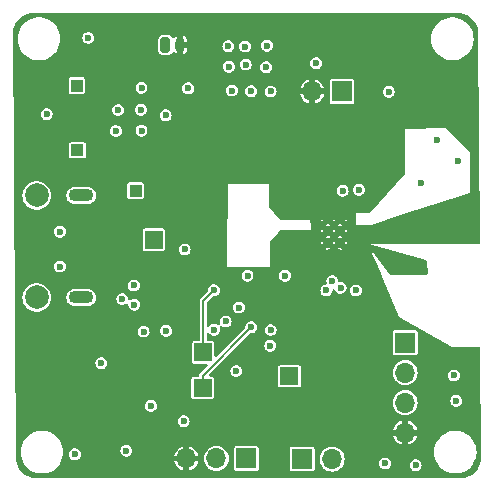
<source format=gbr>
%TF.GenerationSoftware,KiCad,Pcbnew,8.0.3*%
%TF.CreationDate,2025-03-18T19:22:59-05:00*%
%TF.ProjectId,wearable_v2_nrf,77656172-6162-46c6-955f-76325f6e7266,rev?*%
%TF.SameCoordinates,Original*%
%TF.FileFunction,Copper,L2,Inr*%
%TF.FilePolarity,Positive*%
%FSLAX46Y46*%
G04 Gerber Fmt 4.6, Leading zero omitted, Abs format (unit mm)*
G04 Created by KiCad (PCBNEW 8.0.3) date 2025-03-18 19:22:59*
%MOMM*%
%LPD*%
G01*
G04 APERTURE LIST*
G04 Aperture macros list*
%AMRoundRect*
0 Rectangle with rounded corners*
0 $1 Rounding radius*
0 $2 $3 $4 $5 $6 $7 $8 $9 X,Y pos of 4 corners*
0 Add a 4 corners polygon primitive as box body*
4,1,4,$2,$3,$4,$5,$6,$7,$8,$9,$2,$3,0*
0 Add four circle primitives for the rounded corners*
1,1,$1+$1,$2,$3*
1,1,$1+$1,$4,$5*
1,1,$1+$1,$6,$7*
1,1,$1+$1,$8,$9*
0 Add four rect primitives between the rounded corners*
20,1,$1+$1,$2,$3,$4,$5,0*
20,1,$1+$1,$4,$5,$6,$7,0*
20,1,$1+$1,$6,$7,$8,$9,0*
20,1,$1+$1,$8,$9,$2,$3,0*%
G04 Aperture macros list end*
%TA.AperFunction,ComponentPad*%
%ADD10R,1.700000X1.700000*%
%TD*%
%TA.AperFunction,ComponentPad*%
%ADD11O,1.700000X1.700000*%
%TD*%
%TA.AperFunction,ComponentPad*%
%ADD12RoundRect,0.200000X-0.200000X-0.450000X0.200000X-0.450000X0.200000X0.450000X-0.200000X0.450000X0*%
%TD*%
%TA.AperFunction,ComponentPad*%
%ADD13O,0.800000X1.300000*%
%TD*%
%TA.AperFunction,ComponentPad*%
%ADD14R,1.500000X1.500000*%
%TD*%
%TA.AperFunction,HeatsinkPad*%
%ADD15C,0.500000*%
%TD*%
%TA.AperFunction,ComponentPad*%
%ADD16C,2.010000*%
%TD*%
%TA.AperFunction,ComponentPad*%
%ADD17O,2.100000X1.100000*%
%TD*%
%TA.AperFunction,ComponentPad*%
%ADD18R,1.000000X1.000000*%
%TD*%
%TA.AperFunction,ViaPad*%
%ADD19C,0.600000*%
%TD*%
%TA.AperFunction,Conductor*%
%ADD20C,0.200000*%
%TD*%
G04 APERTURE END LIST*
D10*
%TO.N,/ADC1_P*%
%TO.C,R5*%
X110200000Y-55275000D03*
D11*
%TO.N,GND*%
X107660000Y-55275000D03*
%TD*%
D12*
%TO.N,/VBAT+*%
%TO.C,BT1*%
X95250000Y-51350000D03*
D13*
%TO.N,GND*%
X96500000Y-51350000D03*
%TD*%
D14*
%TO.N,/I2C1_SCL*%
%TO.C,TP5*%
X98400000Y-80375000D03*
%TD*%
D10*
%TO.N,VCC*%
%TO.C,M1*%
X106825000Y-86400000D03*
D11*
%TO.N,Net-(D4-A)*%
X109365000Y-86400000D03*
%TD*%
D10*
%TO.N,/SWDIO*%
%TO.C,J1*%
X115550000Y-76545000D03*
D11*
%TO.N,/SWCLK*%
X115550000Y-79085000D03*
%TO.N,+3.3V*%
X115550000Y-81625000D03*
%TO.N,GND*%
X115550000Y-84165000D03*
%TD*%
D14*
%TO.N,/INT1*%
%TO.C,TP6*%
X94275000Y-67825000D03*
%TD*%
D15*
%TO.N,GND*%
%TO.C,U1*%
X108525000Y-66575000D03*
X108525000Y-67575000D03*
X108525000Y-68575000D03*
X109525000Y-66575000D03*
X109525000Y-67575000D03*
X109525000Y-68575000D03*
X110525000Y-66575000D03*
X110525000Y-67575000D03*
X110525000Y-68575000D03*
%TD*%
D16*
%TO.N,unconnected-(J2-PadMH1)*%
%TO.C,J2*%
X84347500Y-64080000D03*
%TO.N,unconnected-(J2-PadMH2)*%
X84347500Y-72720000D03*
D17*
%TO.N,unconnected-(J2-PadMH3)*%
X88118500Y-64082000D03*
%TO.N,unconnected-(J2-PadMH4)*%
X88118500Y-72718000D03*
%TD*%
D18*
%TO.N,/VBAT+*%
%TO.C,TP2*%
X87750000Y-54775000D03*
%TD*%
D14*
%TO.N,/I2C1_SDA*%
%TO.C,TP4*%
X98450000Y-77375000D03*
%TD*%
D10*
%TO.N,/USART1_TX*%
%TO.C,J3*%
X102100000Y-86350000D03*
D11*
%TO.N,/USART1_RX*%
X99560000Y-86350000D03*
%TO.N,GND*%
X97020000Y-86350000D03*
%TD*%
D18*
%TO.N,/VBUS*%
%TO.C,TP1*%
X87800000Y-60250000D03*
%TD*%
D14*
%TO.N,/HAPTIC*%
%TO.C,TP7*%
X105750000Y-79375000D03*
%TD*%
D18*
%TO.N,VCC*%
%TO.C,TP3*%
X92725000Y-63675000D03*
%TD*%
D19*
%TO.N,GND*%
X112225000Y-60100000D03*
X106400000Y-60075000D03*
X89925000Y-84125000D03*
X112475000Y-85225000D03*
X92425000Y-83700000D03*
X103500000Y-83150000D03*
X86900000Y-56950000D03*
X92025000Y-51325000D03*
X98900000Y-55275000D03*
X84475000Y-67125000D03*
X96200000Y-55025000D03*
X117075000Y-66975000D03*
X118206500Y-59419500D03*
X89975000Y-81225000D03*
X118625000Y-79550000D03*
X114225000Y-60125000D03*
X93475000Y-72650000D03*
X93250000Y-60525000D03*
X101525000Y-50050000D03*
X113675000Y-73175000D03*
X83725000Y-57925000D03*
X98150000Y-83450000D03*
X83800000Y-56125000D03*
X102625000Y-57425000D03*
X119981500Y-61194500D03*
X114150000Y-50100000D03*
X89850000Y-80175000D03*
X107925000Y-77600000D03*
X91250000Y-79300000D03*
X105175000Y-72525000D03*
X99325000Y-64150000D03*
X107875000Y-57900000D03*
X84225000Y-81300000D03*
X84500000Y-70100000D03*
X95325000Y-62550000D03*
X99425000Y-67275000D03*
X104275000Y-60037500D03*
X118625000Y-82925000D03*
X116893500Y-63057500D03*
X104900000Y-74975000D03*
X118700000Y-56850000D03*
X121100000Y-58000000D03*
%TO.N,/VBAT+*%
X93225000Y-54975000D03*
%TO.N,VCC*%
X96875000Y-68650000D03*
X93225000Y-58600000D03*
X93175000Y-56825000D03*
X100350000Y-74750000D03*
%TO.N,/NRST*%
X89825000Y-78275000D03*
X101475000Y-73575000D03*
X111375000Y-72125000D03*
%TO.N,+3.3V*%
X91950000Y-85700000D03*
X100625000Y-53175000D03*
X93400000Y-75600000D03*
X94025000Y-81900000D03*
X96800000Y-83200000D03*
X102500000Y-55250000D03*
X119675000Y-79325000D03*
X103775000Y-53225000D03*
X99375000Y-75450000D03*
X100875000Y-55200000D03*
X119879507Y-81477661D03*
X116440695Y-86922447D03*
X100575000Y-51450000D03*
X85200000Y-57200000D03*
X102000000Y-51475000D03*
X87575000Y-86000000D03*
X113850000Y-86775000D03*
X95300000Y-75550000D03*
X91600000Y-72850000D03*
X92625000Y-73325000D03*
X104125000Y-76800000D03*
X104150000Y-75475000D03*
X103850000Y-51400000D03*
X104150000Y-55275000D03*
X108000000Y-52875000D03*
X88725000Y-50750000D03*
X101250000Y-78950000D03*
X92575000Y-71700000D03*
X102050000Y-53000000D03*
%TO.N,/VBUS*%
X91050000Y-58625000D03*
X95275000Y-57300000D03*
X91250000Y-56850000D03*
%TO.N,Net-(J2-CC2)*%
X86312500Y-70100000D03*
%TO.N,Net-(J2-CC1)*%
X86312500Y-67150000D03*
%TO.N,/USART1_RX*%
X108875000Y-72125000D03*
%TO.N,/USART1_TX*%
X109375000Y-71327761D03*
%TO.N,/ADC1_P*%
X110250000Y-63675000D03*
%TO.N,/LED0*%
X114150000Y-55300000D03*
X111625000Y-63600000D03*
%TO.N,/I2C1_SDA*%
X99347551Y-72112500D03*
%TO.N,/I2C1_SCL*%
X102525000Y-75225000D03*
%TO.N,/INT1*%
X102200000Y-70875000D03*
X105375000Y-70875000D03*
%TO.N,/STAT*%
X97162500Y-55012500D03*
X110075000Y-71900000D03*
%TD*%
D20*
%TO.N,/I2C1_SDA*%
X99347551Y-72112500D02*
X98450000Y-73010051D01*
X98450000Y-73010051D02*
X98450000Y-77375000D01*
%TO.N,/I2C1_SCL*%
X98400000Y-79350000D02*
X102525000Y-75225000D01*
X98400000Y-80375000D02*
X98400000Y-79350000D01*
%TD*%
%TA.AperFunction,Conductor*%
%TO.N,GND*%
G36*
X120043629Y-48615029D02*
G01*
X120272231Y-48631381D01*
X120289737Y-48633898D01*
X120506726Y-48681103D01*
X120509347Y-48681673D01*
X120526322Y-48686658D01*
X120736889Y-48765197D01*
X120752979Y-48772544D01*
X120950239Y-48880258D01*
X120965121Y-48889822D01*
X120969173Y-48892856D01*
X121145035Y-49024506D01*
X121158406Y-49036092D01*
X121317325Y-49195013D01*
X121328911Y-49208385D01*
X121463588Y-49388297D01*
X121473152Y-49403180D01*
X121580861Y-49600436D01*
X121588211Y-49616530D01*
X121666749Y-49827105D01*
X121671733Y-49844080D01*
X121719503Y-50063682D01*
X121722021Y-50081193D01*
X121738397Y-50310172D01*
X121738713Y-50319018D01*
X121738713Y-50368337D01*
X121739116Y-50373254D01*
X121862039Y-68074129D01*
X121842820Y-68141303D01*
X121790335Y-68187424D01*
X121737719Y-68198990D01*
X112525002Y-68175000D01*
X112525000Y-68175000D01*
X117337550Y-69574568D01*
X117396425Y-69612190D01*
X117425615Y-69675670D01*
X117426896Y-69691052D01*
X117447383Y-70674425D01*
X117429099Y-70741860D01*
X117377260Y-70788705D01*
X117324402Y-70801004D01*
X114386317Y-70824509D01*
X114319122Y-70805361D01*
X114287389Y-70776570D01*
X112500000Y-68475000D01*
X112500000Y-68475001D01*
X113499139Y-70673106D01*
X113500785Y-70676892D01*
X113696433Y-71148371D01*
X115025000Y-74350000D01*
X119500000Y-76950000D01*
X121799251Y-76928905D01*
X121866469Y-76947974D01*
X121912706Y-77000356D01*
X121924386Y-77052039D01*
X121988673Y-86309443D01*
X121988360Y-86319151D01*
X121972046Y-86547230D01*
X121969528Y-86564742D01*
X121921755Y-86784347D01*
X121916771Y-86801322D01*
X121838228Y-87011902D01*
X121830878Y-87027996D01*
X121723169Y-87225247D01*
X121713604Y-87240129D01*
X121578920Y-87420046D01*
X121567334Y-87433417D01*
X121408417Y-87592334D01*
X121395046Y-87603920D01*
X121215129Y-87738604D01*
X121200247Y-87748169D01*
X121002996Y-87855878D01*
X120986902Y-87863228D01*
X120776322Y-87941771D01*
X120759347Y-87946755D01*
X120539742Y-87994528D01*
X120522230Y-87997046D01*
X120293630Y-88013398D01*
X120284783Y-88013714D01*
X84346806Y-88013714D01*
X84346794Y-88013713D01*
X84293637Y-88013713D01*
X84284792Y-88013397D01*
X84056190Y-87997049D01*
X84038678Y-87994531D01*
X83819072Y-87946760D01*
X83802096Y-87941776D01*
X83591517Y-87863236D01*
X83575424Y-87855887D01*
X83378168Y-87748179D01*
X83363284Y-87738614D01*
X83183363Y-87603929D01*
X83169992Y-87592343D01*
X83011067Y-87433420D01*
X82999488Y-87420057D01*
X82864791Y-87240127D01*
X82855238Y-87225261D01*
X82747519Y-87027991D01*
X82740173Y-87011905D01*
X82661629Y-86801322D01*
X82656647Y-86784357D01*
X82654611Y-86775000D01*
X82608870Y-86564742D01*
X82606353Y-86547231D01*
X82605857Y-86540303D01*
X82590030Y-86319027D01*
X82589714Y-86310180D01*
X82589714Y-86260064D01*
X82589310Y-86255154D01*
X82589257Y-86247523D01*
X82586248Y-85814209D01*
X82983665Y-85814209D01*
X82983665Y-85814218D01*
X83003830Y-86083315D01*
X83063878Y-86346402D01*
X83063880Y-86346409D01*
X83162470Y-86597610D01*
X83162472Y-86597614D01*
X83167276Y-86605934D01*
X83297399Y-86831316D01*
X83406341Y-86967924D01*
X83465656Y-87042303D01*
X83577858Y-87146410D01*
X83663473Y-87225849D01*
X83886440Y-87377865D01*
X84129573Y-87494952D01*
X84387442Y-87574494D01*
X84387443Y-87574494D01*
X84387446Y-87574495D01*
X84654277Y-87614713D01*
X84654282Y-87614713D01*
X84654285Y-87614714D01*
X84654286Y-87614714D01*
X84924142Y-87614714D01*
X84924143Y-87614714D01*
X84924150Y-87614713D01*
X85190981Y-87574495D01*
X85190982Y-87574494D01*
X85190986Y-87574494D01*
X85448855Y-87494952D01*
X85691989Y-87377865D01*
X85914955Y-87225849D01*
X86112775Y-87042299D01*
X86281029Y-86831316D01*
X86415957Y-86597612D01*
X86514548Y-86346409D01*
X86574597Y-86083317D01*
X86580841Y-86000000D01*
X87069353Y-86000000D01*
X87089834Y-86142456D01*
X87146540Y-86266622D01*
X87149623Y-86273373D01*
X87243872Y-86382143D01*
X87364947Y-86459953D01*
X87364950Y-86459954D01*
X87364949Y-86459954D01*
X87503036Y-86500499D01*
X87503038Y-86500500D01*
X87503039Y-86500500D01*
X87646962Y-86500500D01*
X87646962Y-86500499D01*
X87785053Y-86459953D01*
X87906128Y-86382143D01*
X88000377Y-86273373D01*
X88060165Y-86142457D01*
X88080647Y-86000000D01*
X88060165Y-85857543D01*
X88000377Y-85726627D01*
X87977305Y-85700000D01*
X91444353Y-85700000D01*
X91464834Y-85842456D01*
X91524622Y-85973371D01*
X91524623Y-85973373D01*
X91618872Y-86082143D01*
X91739947Y-86159953D01*
X91739950Y-86159954D01*
X91739949Y-86159954D01*
X91878036Y-86200499D01*
X91878038Y-86200500D01*
X91878039Y-86200500D01*
X92021962Y-86200500D01*
X92021962Y-86200499D01*
X92160053Y-86159953D01*
X92253342Y-86100000D01*
X95998590Y-86100000D01*
X96586988Y-86100000D01*
X96554075Y-86157007D01*
X96520000Y-86284174D01*
X96520000Y-86415826D01*
X96554075Y-86542993D01*
X96586988Y-86600000D01*
X95998590Y-86600000D01*
X96045233Y-86753766D01*
X96142728Y-86936166D01*
X96142732Y-86936173D01*
X96273944Y-87096055D01*
X96433826Y-87227267D01*
X96433833Y-87227271D01*
X96616233Y-87324766D01*
X96770000Y-87371410D01*
X96770000Y-86783012D01*
X96827007Y-86815925D01*
X96954174Y-86850000D01*
X97085826Y-86850000D01*
X97212993Y-86815925D01*
X97270000Y-86783012D01*
X97270000Y-87371410D01*
X97423766Y-87324766D01*
X97606166Y-87227271D01*
X97606173Y-87227267D01*
X97766055Y-87096055D01*
X97897267Y-86936173D01*
X97897271Y-86936166D01*
X97994766Y-86753766D01*
X98041410Y-86600000D01*
X97453012Y-86600000D01*
X97485925Y-86542993D01*
X97520000Y-86415826D01*
X97520000Y-86350000D01*
X98504417Y-86350000D01*
X98524699Y-86555932D01*
X98539867Y-86605934D01*
X98584768Y-86753954D01*
X98682315Y-86936450D01*
X98682317Y-86936452D01*
X98813589Y-87096410D01*
X98887594Y-87157143D01*
X98973550Y-87227685D01*
X99156046Y-87325232D01*
X99354066Y-87385300D01*
X99354065Y-87385300D01*
X99372529Y-87387118D01*
X99560000Y-87405583D01*
X99765934Y-87385300D01*
X99963954Y-87325232D01*
X100146450Y-87227685D01*
X100306410Y-87096410D01*
X100437685Y-86936450D01*
X100535232Y-86753954D01*
X100595300Y-86555934D01*
X100615583Y-86350000D01*
X100595300Y-86144066D01*
X100535232Y-85946046D01*
X100437685Y-85763550D01*
X100306701Y-85603944D01*
X100306410Y-85603589D01*
X100156121Y-85480252D01*
X100156115Y-85480247D01*
X101049500Y-85480247D01*
X101049500Y-87219752D01*
X101061131Y-87278229D01*
X101061132Y-87278230D01*
X101105447Y-87344552D01*
X101171769Y-87388867D01*
X101171770Y-87388868D01*
X101230247Y-87400499D01*
X101230250Y-87400500D01*
X101230252Y-87400500D01*
X102969750Y-87400500D01*
X102969751Y-87400499D01*
X102984568Y-87397552D01*
X103028229Y-87388868D01*
X103028229Y-87388867D01*
X103028231Y-87388867D01*
X103094552Y-87344552D01*
X103138867Y-87278231D01*
X103138867Y-87278229D01*
X103138868Y-87278229D01*
X103148922Y-87227682D01*
X103150500Y-87219748D01*
X103150500Y-85530247D01*
X105774500Y-85530247D01*
X105774500Y-87269752D01*
X105786131Y-87328229D01*
X105786132Y-87328230D01*
X105830447Y-87394552D01*
X105896769Y-87438867D01*
X105896770Y-87438868D01*
X105955247Y-87450499D01*
X105955250Y-87450500D01*
X105955252Y-87450500D01*
X107694750Y-87450500D01*
X107694751Y-87450499D01*
X107709568Y-87447552D01*
X107753229Y-87438868D01*
X107753229Y-87438867D01*
X107753231Y-87438867D01*
X107819552Y-87394552D01*
X107863867Y-87328231D01*
X107863867Y-87328229D01*
X107863868Y-87328229D01*
X107875499Y-87269752D01*
X107875500Y-87269750D01*
X107875500Y-86400000D01*
X108309417Y-86400000D01*
X108329699Y-86605932D01*
X108359734Y-86704944D01*
X108389768Y-86803954D01*
X108487315Y-86986450D01*
X108508202Y-87011901D01*
X108618589Y-87146410D01*
X108707953Y-87219748D01*
X108778550Y-87277685D01*
X108961046Y-87375232D01*
X109159066Y-87435300D01*
X109159065Y-87435300D01*
X109177529Y-87437118D01*
X109365000Y-87455583D01*
X109570934Y-87435300D01*
X109768954Y-87375232D01*
X109951450Y-87277685D01*
X110111410Y-87146410D01*
X110242685Y-86986450D01*
X110340232Y-86803954D01*
X110349015Y-86775000D01*
X113344353Y-86775000D01*
X113364834Y-86917456D01*
X113407967Y-87011902D01*
X113424623Y-87048373D01*
X113518872Y-87157143D01*
X113639947Y-87234953D01*
X113639950Y-87234954D01*
X113639949Y-87234954D01*
X113778036Y-87275499D01*
X113778038Y-87275500D01*
X113778039Y-87275500D01*
X113921962Y-87275500D01*
X113921962Y-87275499D01*
X114029121Y-87244035D01*
X114060050Y-87234954D01*
X114060050Y-87234953D01*
X114060053Y-87234953D01*
X114181128Y-87157143D01*
X114275377Y-87048373D01*
X114332886Y-86922447D01*
X115935048Y-86922447D01*
X115955529Y-87064903D01*
X116015317Y-87195818D01*
X116015318Y-87195820D01*
X116109567Y-87304590D01*
X116230642Y-87382400D01*
X116230645Y-87382401D01*
X116230644Y-87382401D01*
X116368731Y-87422946D01*
X116368733Y-87422947D01*
X116368734Y-87422947D01*
X116512657Y-87422947D01*
X116512657Y-87422946D01*
X116628723Y-87388867D01*
X116650745Y-87382401D01*
X116650745Y-87382400D01*
X116650748Y-87382400D01*
X116771823Y-87304590D01*
X116866072Y-87195820D01*
X116925860Y-87064904D01*
X116946342Y-86922447D01*
X116925860Y-86779990D01*
X116866072Y-86649074D01*
X116771823Y-86540304D01*
X116650748Y-86462494D01*
X116650746Y-86462493D01*
X116650744Y-86462492D01*
X116650745Y-86462492D01*
X116512658Y-86421947D01*
X116512656Y-86421947D01*
X116368734Y-86421947D01*
X116368731Y-86421947D01*
X116230644Y-86462492D01*
X116109568Y-86540303D01*
X116015318Y-86649073D01*
X116015317Y-86649075D01*
X115955529Y-86779990D01*
X115935048Y-86922447D01*
X114332886Y-86922447D01*
X114335165Y-86917457D01*
X114355647Y-86775000D01*
X114335165Y-86632543D01*
X114275377Y-86501627D01*
X114181128Y-86392857D01*
X114060053Y-86315047D01*
X114060051Y-86315046D01*
X114060049Y-86315045D01*
X114060050Y-86315045D01*
X113921963Y-86274500D01*
X113921961Y-86274500D01*
X113778039Y-86274500D01*
X113778036Y-86274500D01*
X113639949Y-86315045D01*
X113518873Y-86392856D01*
X113424623Y-86501626D01*
X113424622Y-86501628D01*
X113364834Y-86632543D01*
X113344353Y-86775000D01*
X110349015Y-86775000D01*
X110400300Y-86605934D01*
X110420583Y-86400000D01*
X110400300Y-86194066D01*
X110340232Y-85996046D01*
X110243037Y-85814209D01*
X117983665Y-85814209D01*
X117983665Y-85814218D01*
X118003830Y-86083315D01*
X118063878Y-86346402D01*
X118063880Y-86346409D01*
X118162470Y-86597610D01*
X118162472Y-86597614D01*
X118167276Y-86605934D01*
X118297399Y-86831316D01*
X118406341Y-86967924D01*
X118465656Y-87042303D01*
X118577858Y-87146410D01*
X118663473Y-87225849D01*
X118886440Y-87377865D01*
X119129573Y-87494952D01*
X119387442Y-87574494D01*
X119387443Y-87574494D01*
X119387446Y-87574495D01*
X119654277Y-87614713D01*
X119654282Y-87614713D01*
X119654285Y-87614714D01*
X119654286Y-87614714D01*
X119924142Y-87614714D01*
X119924143Y-87614714D01*
X119924150Y-87614713D01*
X120190981Y-87574495D01*
X120190982Y-87574494D01*
X120190986Y-87574494D01*
X120448855Y-87494952D01*
X120691989Y-87377865D01*
X120914955Y-87225849D01*
X121112775Y-87042299D01*
X121281029Y-86831316D01*
X121415957Y-86597612D01*
X121514548Y-86346409D01*
X121574597Y-86083317D01*
X121591516Y-85857543D01*
X121594763Y-85814218D01*
X121594763Y-85814209D01*
X121574597Y-85545112D01*
X121573441Y-85540047D01*
X121514548Y-85282019D01*
X121415957Y-85030816D01*
X121281029Y-84797112D01*
X121112775Y-84586129D01*
X121112774Y-84586128D01*
X121112771Y-84586124D01*
X120914955Y-84402579D01*
X120691989Y-84250563D01*
X120691983Y-84250560D01*
X120691982Y-84250559D01*
X120691981Y-84250558D01*
X120448857Y-84133477D01*
X120448859Y-84133477D01*
X120190987Y-84053934D01*
X120190981Y-84053932D01*
X119924150Y-84013714D01*
X119924143Y-84013714D01*
X119654285Y-84013714D01*
X119654277Y-84013714D01*
X119387446Y-84053932D01*
X119387440Y-84053934D01*
X119129572Y-84133476D01*
X118886444Y-84250560D01*
X118663472Y-84402579D01*
X118465656Y-84586124D01*
X118297399Y-84797112D01*
X118162472Y-85030813D01*
X118162470Y-85030817D01*
X118063880Y-85282018D01*
X118063878Y-85282025D01*
X118003830Y-85545112D01*
X117983665Y-85814209D01*
X110243037Y-85814209D01*
X110242685Y-85813550D01*
X110190702Y-85750209D01*
X110111410Y-85653589D01*
X109979227Y-85545111D01*
X109951450Y-85522315D01*
X109768954Y-85424768D01*
X109570934Y-85364700D01*
X109570932Y-85364699D01*
X109570934Y-85364699D01*
X109365000Y-85344417D01*
X109159067Y-85364699D01*
X109024736Y-85405448D01*
X108970933Y-85421769D01*
X108961043Y-85424769D01*
X108872089Y-85472317D01*
X108778550Y-85522315D01*
X108778548Y-85522316D01*
X108778547Y-85522317D01*
X108618589Y-85653589D01*
X108528116Y-85763833D01*
X108487315Y-85813550D01*
X108471864Y-85842457D01*
X108389769Y-85996043D01*
X108329699Y-86194067D01*
X108309417Y-86400000D01*
X107875500Y-86400000D01*
X107875500Y-85530249D01*
X107875499Y-85530247D01*
X107863868Y-85471770D01*
X107863867Y-85471769D01*
X107819552Y-85405447D01*
X107753230Y-85361132D01*
X107753229Y-85361131D01*
X107694752Y-85349500D01*
X107694748Y-85349500D01*
X105955252Y-85349500D01*
X105955247Y-85349500D01*
X105896770Y-85361131D01*
X105896769Y-85361132D01*
X105830447Y-85405447D01*
X105786132Y-85471769D01*
X105786131Y-85471770D01*
X105774500Y-85530247D01*
X103150500Y-85530247D01*
X103150500Y-85480252D01*
X103150500Y-85480249D01*
X103150499Y-85480247D01*
X103138868Y-85421770D01*
X103138867Y-85421769D01*
X103094552Y-85355447D01*
X103028230Y-85311132D01*
X103028229Y-85311131D01*
X102969752Y-85299500D01*
X102969748Y-85299500D01*
X101230252Y-85299500D01*
X101230247Y-85299500D01*
X101171770Y-85311131D01*
X101171769Y-85311132D01*
X101105447Y-85355447D01*
X101061132Y-85421769D01*
X101061131Y-85421770D01*
X101049500Y-85480247D01*
X100156115Y-85480247D01*
X100146450Y-85472315D01*
X99963954Y-85374768D01*
X99765934Y-85314700D01*
X99765932Y-85314699D01*
X99765934Y-85314699D01*
X99560000Y-85294417D01*
X99354067Y-85314699D01*
X99156043Y-85374769D01*
X99045898Y-85433643D01*
X98973550Y-85472315D01*
X98973548Y-85472316D01*
X98973547Y-85472317D01*
X98813589Y-85603589D01*
X98682317Y-85763547D01*
X98682315Y-85763550D01*
X98682164Y-85763833D01*
X98584769Y-85946043D01*
X98524699Y-86144067D01*
X98504417Y-86350000D01*
X97520000Y-86350000D01*
X97520000Y-86284174D01*
X97485925Y-86157007D01*
X97453012Y-86100000D01*
X98041410Y-86100000D01*
X97994766Y-85946233D01*
X97897271Y-85763833D01*
X97897267Y-85763826D01*
X97766055Y-85603944D01*
X97606173Y-85472732D01*
X97606166Y-85472728D01*
X97423763Y-85375232D01*
X97270000Y-85328587D01*
X97270000Y-85916988D01*
X97212993Y-85884075D01*
X97085826Y-85850000D01*
X96954174Y-85850000D01*
X96827007Y-85884075D01*
X96770000Y-85916988D01*
X96770000Y-85328587D01*
X96616236Y-85375232D01*
X96433833Y-85472728D01*
X96433826Y-85472732D01*
X96273944Y-85603944D01*
X96142732Y-85763826D01*
X96142728Y-85763833D01*
X96045233Y-85946233D01*
X95998590Y-86100000D01*
X92253342Y-86100000D01*
X92281128Y-86082143D01*
X92375377Y-85973373D01*
X92435165Y-85842457D01*
X92455647Y-85700000D01*
X92435165Y-85557543D01*
X92375377Y-85426627D01*
X92281128Y-85317857D01*
X92160053Y-85240047D01*
X92160051Y-85240046D01*
X92160049Y-85240045D01*
X92160050Y-85240045D01*
X92021963Y-85199500D01*
X92021961Y-85199500D01*
X91878039Y-85199500D01*
X91878036Y-85199500D01*
X91739949Y-85240045D01*
X91618873Y-85317856D01*
X91618872Y-85317856D01*
X91618872Y-85317857D01*
X91606290Y-85332377D01*
X91524623Y-85426626D01*
X91524622Y-85426628D01*
X91464834Y-85557543D01*
X91444353Y-85700000D01*
X87977305Y-85700000D01*
X87906128Y-85617857D01*
X87785053Y-85540047D01*
X87785051Y-85540046D01*
X87785049Y-85540045D01*
X87785050Y-85540045D01*
X87646963Y-85499500D01*
X87646961Y-85499500D01*
X87503039Y-85499500D01*
X87503036Y-85499500D01*
X87364949Y-85540045D01*
X87243873Y-85617856D01*
X87149623Y-85726626D01*
X87149622Y-85726628D01*
X87089834Y-85857543D01*
X87069353Y-86000000D01*
X86580841Y-86000000D01*
X86591516Y-85857543D01*
X86594763Y-85814218D01*
X86594763Y-85814209D01*
X86574597Y-85545112D01*
X86573441Y-85540047D01*
X86514548Y-85282019D01*
X86415957Y-85030816D01*
X86281029Y-84797112D01*
X86112775Y-84586129D01*
X86112774Y-84586128D01*
X86112771Y-84586124D01*
X85914955Y-84402579D01*
X85691989Y-84250563D01*
X85691983Y-84250560D01*
X85691982Y-84250559D01*
X85691981Y-84250558D01*
X85448857Y-84133477D01*
X85448859Y-84133477D01*
X85190987Y-84053934D01*
X85190981Y-84053932D01*
X84924150Y-84013714D01*
X84924143Y-84013714D01*
X84654285Y-84013714D01*
X84654277Y-84013714D01*
X84387446Y-84053932D01*
X84387440Y-84053934D01*
X84129572Y-84133476D01*
X83886444Y-84250560D01*
X83663472Y-84402579D01*
X83465656Y-84586124D01*
X83297399Y-84797112D01*
X83162472Y-85030813D01*
X83162470Y-85030817D01*
X83063880Y-85282018D01*
X83063878Y-85282025D01*
X83003830Y-85545112D01*
X82983665Y-85814209D01*
X82586248Y-85814209D01*
X82573059Y-83915000D01*
X114528590Y-83915000D01*
X115116988Y-83915000D01*
X115084075Y-83972007D01*
X115050000Y-84099174D01*
X115050000Y-84230826D01*
X115084075Y-84357993D01*
X115116988Y-84415000D01*
X114528590Y-84415000D01*
X114575233Y-84568766D01*
X114672728Y-84751166D01*
X114672732Y-84751173D01*
X114803944Y-84911055D01*
X114963826Y-85042267D01*
X114963833Y-85042271D01*
X115146233Y-85139766D01*
X115300000Y-85186410D01*
X115300000Y-84598012D01*
X115357007Y-84630925D01*
X115484174Y-84665000D01*
X115615826Y-84665000D01*
X115742993Y-84630925D01*
X115800000Y-84598012D01*
X115800000Y-85186410D01*
X115953766Y-85139766D01*
X116136166Y-85042271D01*
X116136173Y-85042267D01*
X116296055Y-84911055D01*
X116427267Y-84751173D01*
X116427271Y-84751166D01*
X116524766Y-84568766D01*
X116571410Y-84415000D01*
X115983012Y-84415000D01*
X116015925Y-84357993D01*
X116050000Y-84230826D01*
X116050000Y-84099174D01*
X116015925Y-83972007D01*
X115983012Y-83915000D01*
X116571410Y-83915000D01*
X116524766Y-83761233D01*
X116427271Y-83578833D01*
X116427267Y-83578826D01*
X116296055Y-83418944D01*
X116136173Y-83287732D01*
X116136166Y-83287728D01*
X115953763Y-83190232D01*
X115800000Y-83143587D01*
X115800000Y-83731988D01*
X115742993Y-83699075D01*
X115615826Y-83665000D01*
X115484174Y-83665000D01*
X115357007Y-83699075D01*
X115300000Y-83731988D01*
X115300000Y-83143587D01*
X115146236Y-83190232D01*
X114963833Y-83287728D01*
X114963826Y-83287732D01*
X114803944Y-83418944D01*
X114672732Y-83578826D01*
X114672728Y-83578833D01*
X114575233Y-83761233D01*
X114528590Y-83915000D01*
X82573059Y-83915000D01*
X82568094Y-83200000D01*
X96294353Y-83200000D01*
X96314834Y-83342456D01*
X96349766Y-83418944D01*
X96374623Y-83473373D01*
X96468872Y-83582143D01*
X96589947Y-83659953D01*
X96589950Y-83659954D01*
X96589949Y-83659954D01*
X96728036Y-83700499D01*
X96728038Y-83700500D01*
X96728039Y-83700500D01*
X96871962Y-83700500D01*
X96871962Y-83700499D01*
X97010053Y-83659953D01*
X97131128Y-83582143D01*
X97225377Y-83473373D01*
X97285165Y-83342457D01*
X97305647Y-83200000D01*
X97285165Y-83057543D01*
X97225377Y-82926627D01*
X97131128Y-82817857D01*
X97010053Y-82740047D01*
X97010051Y-82740046D01*
X97010049Y-82740045D01*
X97010050Y-82740045D01*
X96871963Y-82699500D01*
X96871961Y-82699500D01*
X96728039Y-82699500D01*
X96728036Y-82699500D01*
X96589949Y-82740045D01*
X96468873Y-82817856D01*
X96374623Y-82926626D01*
X96374622Y-82926628D01*
X96314834Y-83057543D01*
X96294353Y-83200000D01*
X82568094Y-83200000D01*
X82559066Y-81900000D01*
X93519353Y-81900000D01*
X93539834Y-82042456D01*
X93599622Y-82173371D01*
X93599623Y-82173373D01*
X93693872Y-82282143D01*
X93814947Y-82359953D01*
X93814950Y-82359954D01*
X93814949Y-82359954D01*
X93953036Y-82400499D01*
X93953038Y-82400500D01*
X93953039Y-82400500D01*
X94096962Y-82400500D01*
X94096962Y-82400499D01*
X94235053Y-82359953D01*
X94356128Y-82282143D01*
X94450377Y-82173373D01*
X94510165Y-82042457D01*
X94530647Y-81900000D01*
X94510165Y-81757543D01*
X94450377Y-81626627D01*
X94448967Y-81625000D01*
X114494417Y-81625000D01*
X114514699Y-81830932D01*
X114535651Y-81900000D01*
X114574768Y-82028954D01*
X114672315Y-82211450D01*
X114672317Y-82211452D01*
X114803589Y-82371410D01*
X114839035Y-82400499D01*
X114963550Y-82502685D01*
X115146046Y-82600232D01*
X115344066Y-82660300D01*
X115344065Y-82660300D01*
X115362529Y-82662118D01*
X115550000Y-82680583D01*
X115755934Y-82660300D01*
X115953954Y-82600232D01*
X116136450Y-82502685D01*
X116296410Y-82371410D01*
X116427685Y-82211450D01*
X116525232Y-82028954D01*
X116585300Y-81830934D01*
X116605583Y-81625000D01*
X116591071Y-81477661D01*
X119373860Y-81477661D01*
X119394341Y-81620117D01*
X119397315Y-81626628D01*
X119454130Y-81751034D01*
X119548379Y-81859804D01*
X119669454Y-81937614D01*
X119669457Y-81937615D01*
X119669456Y-81937615D01*
X119807543Y-81978160D01*
X119807545Y-81978161D01*
X119807546Y-81978161D01*
X119951469Y-81978161D01*
X119951469Y-81978160D01*
X120089560Y-81937614D01*
X120210635Y-81859804D01*
X120304884Y-81751034D01*
X120364672Y-81620118D01*
X120385154Y-81477661D01*
X120364672Y-81335204D01*
X120304884Y-81204288D01*
X120210635Y-81095518D01*
X120089560Y-81017708D01*
X120089558Y-81017707D01*
X120089556Y-81017706D01*
X120089557Y-81017706D01*
X119951470Y-80977161D01*
X119951468Y-80977161D01*
X119807546Y-80977161D01*
X119807543Y-80977161D01*
X119669456Y-81017706D01*
X119548380Y-81095517D01*
X119454130Y-81204287D01*
X119454129Y-81204289D01*
X119394341Y-81335204D01*
X119373860Y-81477661D01*
X116591071Y-81477661D01*
X116585300Y-81419066D01*
X116525232Y-81221046D01*
X116427685Y-81038550D01*
X116375702Y-80975209D01*
X116296410Y-80878589D01*
X116136452Y-80747317D01*
X116136453Y-80747317D01*
X116136450Y-80747315D01*
X115953954Y-80649768D01*
X115755934Y-80589700D01*
X115755932Y-80589699D01*
X115755934Y-80589699D01*
X115550000Y-80569417D01*
X115344067Y-80589699D01*
X115146043Y-80649769D01*
X115035898Y-80708643D01*
X114963550Y-80747315D01*
X114963548Y-80747316D01*
X114963547Y-80747317D01*
X114803589Y-80878589D01*
X114672317Y-81038547D01*
X114574769Y-81221043D01*
X114514699Y-81419067D01*
X114494417Y-81625000D01*
X94448967Y-81625000D01*
X94356128Y-81517857D01*
X94235053Y-81440047D01*
X94235051Y-81440046D01*
X94235049Y-81440045D01*
X94235050Y-81440045D01*
X94096963Y-81399500D01*
X94096961Y-81399500D01*
X93953039Y-81399500D01*
X93953036Y-81399500D01*
X93814949Y-81440045D01*
X93693873Y-81517856D01*
X93599623Y-81626626D01*
X93599622Y-81626628D01*
X93539834Y-81757543D01*
X93519353Y-81900000D01*
X82559066Y-81900000D01*
X82543130Y-79605247D01*
X97449500Y-79605247D01*
X97449500Y-81144752D01*
X97461131Y-81203229D01*
X97461132Y-81203230D01*
X97505447Y-81269552D01*
X97571769Y-81313867D01*
X97571770Y-81313868D01*
X97630247Y-81325499D01*
X97630250Y-81325500D01*
X97630252Y-81325500D01*
X99169750Y-81325500D01*
X99169751Y-81325499D01*
X99184568Y-81322552D01*
X99228229Y-81313868D01*
X99228229Y-81313867D01*
X99228231Y-81313867D01*
X99294552Y-81269552D01*
X99338867Y-81203231D01*
X99338867Y-81203229D01*
X99338868Y-81203229D01*
X99350499Y-81144752D01*
X99350500Y-81144750D01*
X99350500Y-79605249D01*
X99350499Y-79605247D01*
X99338868Y-79546770D01*
X99338867Y-79546769D01*
X99294552Y-79480447D01*
X99228230Y-79436132D01*
X99228229Y-79436131D01*
X99169752Y-79424500D01*
X99169748Y-79424500D01*
X99049833Y-79424500D01*
X98982794Y-79404815D01*
X98937039Y-79352011D01*
X98927095Y-79282853D01*
X98956120Y-79219297D01*
X98962152Y-79212819D01*
X99224971Y-78950000D01*
X100744353Y-78950000D01*
X100764834Y-79092456D01*
X100824622Y-79223371D01*
X100824623Y-79223373D01*
X100918872Y-79332143D01*
X101039947Y-79409953D01*
X101039950Y-79409954D01*
X101039949Y-79409954D01*
X101178036Y-79450499D01*
X101178038Y-79450500D01*
X101178039Y-79450500D01*
X101321962Y-79450500D01*
X101321962Y-79450499D01*
X101460053Y-79409953D01*
X101581128Y-79332143D01*
X101675377Y-79223373D01*
X101735165Y-79092457D01*
X101755647Y-78950000D01*
X101735165Y-78807543D01*
X101675377Y-78676627D01*
X101613526Y-78605247D01*
X104799500Y-78605247D01*
X104799500Y-80144752D01*
X104811131Y-80203229D01*
X104811132Y-80203230D01*
X104855447Y-80269552D01*
X104921769Y-80313867D01*
X104921770Y-80313868D01*
X104980247Y-80325499D01*
X104980250Y-80325500D01*
X104980252Y-80325500D01*
X106519750Y-80325500D01*
X106519751Y-80325499D01*
X106534568Y-80322552D01*
X106578229Y-80313868D01*
X106578229Y-80313867D01*
X106578231Y-80313867D01*
X106644552Y-80269552D01*
X106688867Y-80203231D01*
X106688867Y-80203229D01*
X106688868Y-80203229D01*
X106700499Y-80144752D01*
X106700500Y-80144750D01*
X106700500Y-79085000D01*
X114494417Y-79085000D01*
X114514699Y-79290932D01*
X114527200Y-79332143D01*
X114574768Y-79488954D01*
X114672315Y-79671450D01*
X114672317Y-79671452D01*
X114803589Y-79831410D01*
X114900209Y-79910702D01*
X114963550Y-79962685D01*
X115146046Y-80060232D01*
X115344066Y-80120300D01*
X115344065Y-80120300D01*
X115362529Y-80122118D01*
X115550000Y-80140583D01*
X115755934Y-80120300D01*
X115953954Y-80060232D01*
X116136450Y-79962685D01*
X116296410Y-79831410D01*
X116427685Y-79671450D01*
X116525232Y-79488954D01*
X116574966Y-79325000D01*
X119169353Y-79325000D01*
X119189834Y-79467456D01*
X119199652Y-79488954D01*
X119249623Y-79598373D01*
X119343872Y-79707143D01*
X119464947Y-79784953D01*
X119464950Y-79784954D01*
X119464949Y-79784954D01*
X119603036Y-79825499D01*
X119603038Y-79825500D01*
X119603039Y-79825500D01*
X119746962Y-79825500D01*
X119746962Y-79825499D01*
X119885053Y-79784953D01*
X120006128Y-79707143D01*
X120100377Y-79598373D01*
X120160165Y-79467457D01*
X120180647Y-79325000D01*
X120160165Y-79182543D01*
X120100377Y-79051627D01*
X120006128Y-78942857D01*
X119885053Y-78865047D01*
X119885051Y-78865046D01*
X119885049Y-78865045D01*
X119885050Y-78865045D01*
X119746963Y-78824500D01*
X119746961Y-78824500D01*
X119603039Y-78824500D01*
X119603036Y-78824500D01*
X119464949Y-78865045D01*
X119343873Y-78942856D01*
X119249623Y-79051626D01*
X119249622Y-79051628D01*
X119189834Y-79182543D01*
X119169353Y-79325000D01*
X116574966Y-79325000D01*
X116585300Y-79290934D01*
X116605583Y-79085000D01*
X116585300Y-78879066D01*
X116525232Y-78681046D01*
X116427685Y-78498550D01*
X116361133Y-78417456D01*
X116296410Y-78338589D01*
X116136452Y-78207317D01*
X116136453Y-78207317D01*
X116136450Y-78207315D01*
X115953954Y-78109768D01*
X115755934Y-78049700D01*
X115755932Y-78049699D01*
X115755934Y-78049699D01*
X115550000Y-78029417D01*
X115344067Y-78049699D01*
X115146043Y-78109769D01*
X115080596Y-78144752D01*
X114963550Y-78207315D01*
X114963548Y-78207316D01*
X114963547Y-78207317D01*
X114803589Y-78338589D01*
X114672317Y-78498547D01*
X114574769Y-78681043D01*
X114514699Y-78879067D01*
X114494417Y-79085000D01*
X106700500Y-79085000D01*
X106700500Y-78605249D01*
X106700499Y-78605247D01*
X106688868Y-78546770D01*
X106688867Y-78546769D01*
X106644552Y-78480447D01*
X106578230Y-78436132D01*
X106578229Y-78436131D01*
X106519752Y-78424500D01*
X106519748Y-78424500D01*
X104980252Y-78424500D01*
X104980247Y-78424500D01*
X104921770Y-78436131D01*
X104921769Y-78436132D01*
X104855447Y-78480447D01*
X104811132Y-78546769D01*
X104811131Y-78546770D01*
X104799500Y-78605247D01*
X101613526Y-78605247D01*
X101581128Y-78567857D01*
X101460053Y-78490047D01*
X101460051Y-78490046D01*
X101460049Y-78490045D01*
X101460050Y-78490045D01*
X101321963Y-78449500D01*
X101321961Y-78449500D01*
X101178039Y-78449500D01*
X101178036Y-78449500D01*
X101039949Y-78490045D01*
X100918873Y-78567856D01*
X100824623Y-78676626D01*
X100824622Y-78676628D01*
X100764834Y-78807543D01*
X100744353Y-78950000D01*
X99224971Y-78950000D01*
X101374970Y-76800000D01*
X103619353Y-76800000D01*
X103639834Y-76942456D01*
X103666277Y-77000356D01*
X103699623Y-77073373D01*
X103793872Y-77182143D01*
X103914947Y-77259953D01*
X103914950Y-77259954D01*
X103914949Y-77259954D01*
X104053036Y-77300499D01*
X104053038Y-77300500D01*
X104053039Y-77300500D01*
X104196962Y-77300500D01*
X104196962Y-77300499D01*
X104335053Y-77259953D01*
X104456128Y-77182143D01*
X104550377Y-77073373D01*
X104610165Y-76942457D01*
X104630647Y-76800000D01*
X104610165Y-76657543D01*
X104550377Y-76526627D01*
X104456128Y-76417857D01*
X104335053Y-76340047D01*
X104335051Y-76340046D01*
X104335049Y-76340045D01*
X104335050Y-76340045D01*
X104196963Y-76299500D01*
X104196961Y-76299500D01*
X104053039Y-76299500D01*
X104053036Y-76299500D01*
X103914949Y-76340045D01*
X103793873Y-76417856D01*
X103699623Y-76526626D01*
X103699622Y-76526628D01*
X103639834Y-76657543D01*
X103619353Y-76800000D01*
X101374970Y-76800000D01*
X102413151Y-75761819D01*
X102474474Y-75728334D01*
X102500832Y-75725500D01*
X102596962Y-75725500D01*
X102596962Y-75725499D01*
X102735053Y-75684953D01*
X102856128Y-75607143D01*
X102950377Y-75498373D01*
X102961051Y-75475000D01*
X103644353Y-75475000D01*
X103664834Y-75617456D01*
X103724622Y-75748371D01*
X103724623Y-75748373D01*
X103818872Y-75857143D01*
X103939947Y-75934953D01*
X103939950Y-75934954D01*
X103939949Y-75934954D01*
X104078036Y-75975499D01*
X104078038Y-75975500D01*
X104078039Y-75975500D01*
X104221962Y-75975500D01*
X104221962Y-75975499D01*
X104360053Y-75934953D01*
X104481128Y-75857143D01*
X104575377Y-75748373D01*
X104608773Y-75675247D01*
X114499500Y-75675247D01*
X114499500Y-77414752D01*
X114511131Y-77473229D01*
X114511132Y-77473230D01*
X114555447Y-77539552D01*
X114621769Y-77583867D01*
X114621770Y-77583868D01*
X114680247Y-77595499D01*
X114680250Y-77595500D01*
X114680252Y-77595500D01*
X116419750Y-77595500D01*
X116419751Y-77595499D01*
X116434568Y-77592552D01*
X116478229Y-77583868D01*
X116478229Y-77583867D01*
X116478231Y-77583867D01*
X116544552Y-77539552D01*
X116588867Y-77473231D01*
X116588867Y-77473229D01*
X116588868Y-77473229D01*
X116600499Y-77414752D01*
X116600500Y-77414750D01*
X116600500Y-75675249D01*
X116600499Y-75675247D01*
X116588868Y-75616770D01*
X116588867Y-75616769D01*
X116544552Y-75550447D01*
X116478230Y-75506132D01*
X116478229Y-75506131D01*
X116419752Y-75494500D01*
X116419748Y-75494500D01*
X114680252Y-75494500D01*
X114680247Y-75494500D01*
X114621770Y-75506131D01*
X114621769Y-75506132D01*
X114555447Y-75550447D01*
X114511132Y-75616769D01*
X114511131Y-75616770D01*
X114499500Y-75675247D01*
X104608773Y-75675247D01*
X104635165Y-75617457D01*
X104655647Y-75475000D01*
X104635165Y-75332543D01*
X104575377Y-75201627D01*
X104481128Y-75092857D01*
X104360053Y-75015047D01*
X104360051Y-75015046D01*
X104360049Y-75015045D01*
X104360050Y-75015045D01*
X104221963Y-74974500D01*
X104221961Y-74974500D01*
X104078039Y-74974500D01*
X104078036Y-74974500D01*
X103939949Y-75015045D01*
X103818873Y-75092856D01*
X103724623Y-75201626D01*
X103724622Y-75201628D01*
X103664834Y-75332543D01*
X103644353Y-75475000D01*
X102961051Y-75475000D01*
X103010165Y-75367457D01*
X103030647Y-75225000D01*
X103010165Y-75082543D01*
X102950377Y-74951627D01*
X102856128Y-74842857D01*
X102735053Y-74765047D01*
X102735051Y-74765046D01*
X102735049Y-74765045D01*
X102735050Y-74765045D01*
X102596963Y-74724500D01*
X102596961Y-74724500D01*
X102453039Y-74724500D01*
X102453036Y-74724500D01*
X102314949Y-74765045D01*
X102193873Y-74842856D01*
X102099623Y-74951626D01*
X102099622Y-74951628D01*
X102039834Y-75082543D01*
X102019353Y-75225000D01*
X102019353Y-75225001D01*
X102020661Y-75234103D01*
X102010713Y-75303261D01*
X101985603Y-75339424D01*
X99612181Y-77712847D01*
X99550858Y-77746332D01*
X99481166Y-77741348D01*
X99425233Y-77699476D01*
X99400816Y-77634012D01*
X99400500Y-77625166D01*
X99400500Y-76605249D01*
X99400499Y-76605247D01*
X99388868Y-76546770D01*
X99388867Y-76546769D01*
X99344552Y-76480447D01*
X99278230Y-76436132D01*
X99278229Y-76436131D01*
X99219752Y-76424500D01*
X99219748Y-76424500D01*
X98874500Y-76424500D01*
X98807461Y-76404815D01*
X98761706Y-76352011D01*
X98750500Y-76300500D01*
X98750500Y-75826029D01*
X98770185Y-75758990D01*
X98822989Y-75713235D01*
X98892147Y-75703291D01*
X98955703Y-75732316D01*
X98968211Y-75744825D01*
X99043872Y-75832143D01*
X99164947Y-75909953D01*
X99164950Y-75909954D01*
X99164949Y-75909954D01*
X99303036Y-75950499D01*
X99303038Y-75950500D01*
X99303039Y-75950500D01*
X99446962Y-75950500D01*
X99446962Y-75950499D01*
X99585053Y-75909953D01*
X99706128Y-75832143D01*
X99800377Y-75723373D01*
X99860165Y-75592457D01*
X99880647Y-75450000D01*
X99860165Y-75307543D01*
X99856289Y-75299057D01*
X99846345Y-75229901D01*
X99875368Y-75166345D01*
X99934145Y-75128569D01*
X100004015Y-75128567D01*
X100036122Y-75143229D01*
X100139947Y-75209953D01*
X100139950Y-75209954D01*
X100139949Y-75209954D01*
X100278036Y-75250499D01*
X100278038Y-75250500D01*
X100278039Y-75250500D01*
X100421962Y-75250500D01*
X100421962Y-75250499D01*
X100560053Y-75209953D01*
X100681128Y-75132143D01*
X100775377Y-75023373D01*
X100835165Y-74892457D01*
X100855647Y-74750000D01*
X100835165Y-74607543D01*
X100775377Y-74476627D01*
X100681128Y-74367857D01*
X100560053Y-74290047D01*
X100560051Y-74290046D01*
X100560049Y-74290045D01*
X100560050Y-74290045D01*
X100421963Y-74249500D01*
X100421961Y-74249500D01*
X100278039Y-74249500D01*
X100278036Y-74249500D01*
X100139949Y-74290045D01*
X100018873Y-74367856D01*
X99924623Y-74476626D01*
X99924622Y-74476628D01*
X99864834Y-74607543D01*
X99844353Y-74750000D01*
X99864834Y-74892457D01*
X99864835Y-74892458D01*
X99868710Y-74900943D01*
X99878654Y-74970101D01*
X99849629Y-75033657D01*
X99790851Y-75071431D01*
X99720981Y-75071431D01*
X99688877Y-75056770D01*
X99585050Y-74990045D01*
X99446963Y-74949500D01*
X99446961Y-74949500D01*
X99303039Y-74949500D01*
X99303036Y-74949500D01*
X99164949Y-74990045D01*
X99043873Y-75067856D01*
X99043872Y-75067856D01*
X99043872Y-75067857D01*
X99016454Y-75099500D01*
X98968213Y-75155173D01*
X98909435Y-75192947D01*
X98839565Y-75192947D01*
X98780787Y-75155173D01*
X98751762Y-75091617D01*
X98750500Y-75073970D01*
X98750500Y-73575000D01*
X100969353Y-73575000D01*
X100989834Y-73717456D01*
X101029240Y-73803742D01*
X101049623Y-73848373D01*
X101143872Y-73957143D01*
X101264947Y-74034953D01*
X101264950Y-74034954D01*
X101264949Y-74034954D01*
X101403036Y-74075499D01*
X101403038Y-74075500D01*
X101403039Y-74075500D01*
X101546962Y-74075500D01*
X101546962Y-74075499D01*
X101685053Y-74034953D01*
X101806128Y-73957143D01*
X101900377Y-73848373D01*
X101960165Y-73717457D01*
X101980647Y-73575000D01*
X101960165Y-73432543D01*
X101900377Y-73301627D01*
X101806128Y-73192857D01*
X101685053Y-73115047D01*
X101685051Y-73115046D01*
X101685049Y-73115045D01*
X101685050Y-73115045D01*
X101546963Y-73074500D01*
X101546961Y-73074500D01*
X101403039Y-73074500D01*
X101403036Y-73074500D01*
X101264949Y-73115045D01*
X101143873Y-73192856D01*
X101049623Y-73301626D01*
X101049622Y-73301628D01*
X100989834Y-73432543D01*
X100969353Y-73575000D01*
X98750500Y-73575000D01*
X98750500Y-73185883D01*
X98770185Y-73118844D01*
X98786815Y-73098206D01*
X99235702Y-72649318D01*
X99297025Y-72615834D01*
X99323383Y-72613000D01*
X99419513Y-72613000D01*
X99419513Y-72612999D01*
X99543385Y-72576628D01*
X99557601Y-72572454D01*
X99557601Y-72572453D01*
X99557604Y-72572453D01*
X99678679Y-72494643D01*
X99772928Y-72385873D01*
X99832716Y-72254957D01*
X99851401Y-72125000D01*
X108369353Y-72125000D01*
X108389834Y-72267456D01*
X108449622Y-72398371D01*
X108449623Y-72398373D01*
X108543872Y-72507143D01*
X108664947Y-72584953D01*
X108664950Y-72584954D01*
X108664949Y-72584954D01*
X108803036Y-72625499D01*
X108803038Y-72625500D01*
X108803039Y-72625500D01*
X108946962Y-72625500D01*
X108946962Y-72625499D01*
X109085053Y-72584953D01*
X109206128Y-72507143D01*
X109300377Y-72398373D01*
X109360165Y-72267457D01*
X109379662Y-72131848D01*
X109408687Y-72068294D01*
X109467465Y-72030519D01*
X109537334Y-72030519D01*
X109596113Y-72068293D01*
X109615194Y-72097985D01*
X109649620Y-72173369D01*
X109649623Y-72173373D01*
X109743872Y-72282143D01*
X109864947Y-72359953D01*
X109864950Y-72359954D01*
X109864949Y-72359954D01*
X109953223Y-72385873D01*
X109995788Y-72398371D01*
X110003036Y-72400499D01*
X110003038Y-72400500D01*
X110003039Y-72400500D01*
X110146962Y-72400500D01*
X110146962Y-72400499D01*
X110276362Y-72362505D01*
X110285050Y-72359954D01*
X110285050Y-72359953D01*
X110285053Y-72359953D01*
X110406128Y-72282143D01*
X110500377Y-72173373D01*
X110522468Y-72125000D01*
X110869353Y-72125000D01*
X110889834Y-72267456D01*
X110949622Y-72398371D01*
X110949623Y-72398373D01*
X111043872Y-72507143D01*
X111164947Y-72584953D01*
X111164950Y-72584954D01*
X111164949Y-72584954D01*
X111303036Y-72625499D01*
X111303038Y-72625500D01*
X111303039Y-72625500D01*
X111446962Y-72625500D01*
X111446962Y-72625499D01*
X111585053Y-72584953D01*
X111706128Y-72507143D01*
X111800377Y-72398373D01*
X111860165Y-72267457D01*
X111880647Y-72125000D01*
X111860165Y-71982543D01*
X111800377Y-71851627D01*
X111706128Y-71742857D01*
X111585053Y-71665047D01*
X111585051Y-71665046D01*
X111585049Y-71665045D01*
X111585050Y-71665045D01*
X111446963Y-71624500D01*
X111446961Y-71624500D01*
X111303039Y-71624500D01*
X111303036Y-71624500D01*
X111164949Y-71665045D01*
X111043873Y-71742856D01*
X110949623Y-71851626D01*
X110949622Y-71851628D01*
X110889834Y-71982543D01*
X110869353Y-72125000D01*
X110522468Y-72125000D01*
X110560165Y-72042457D01*
X110580647Y-71900000D01*
X110560165Y-71757543D01*
X110500377Y-71626627D01*
X110406128Y-71517857D01*
X110285053Y-71440047D01*
X110285051Y-71440046D01*
X110285049Y-71440045D01*
X110285050Y-71440045D01*
X110146963Y-71399500D01*
X110146961Y-71399500D01*
X110003039Y-71399500D01*
X109998408Y-71399500D01*
X109931369Y-71379815D01*
X109885614Y-71327011D01*
X109875670Y-71293146D01*
X109860165Y-71185304D01*
X109800377Y-71054389D01*
X109800376Y-71054387D01*
X109768375Y-71017456D01*
X109706128Y-70945618D01*
X109585053Y-70867808D01*
X109585051Y-70867807D01*
X109585049Y-70867806D01*
X109585050Y-70867806D01*
X109446963Y-70827261D01*
X109446961Y-70827261D01*
X109303039Y-70827261D01*
X109303036Y-70827261D01*
X109164949Y-70867806D01*
X109043873Y-70945617D01*
X108949623Y-71054387D01*
X108949622Y-71054389D01*
X108889834Y-71185304D01*
X108869353Y-71327761D01*
X108891097Y-71478996D01*
X108889716Y-71479194D01*
X108889717Y-71539681D01*
X108851943Y-71598459D01*
X108805674Y-71623725D01*
X108664949Y-71665045D01*
X108543873Y-71742856D01*
X108449623Y-71851626D01*
X108449622Y-71851628D01*
X108389834Y-71982543D01*
X108369353Y-72125000D01*
X99851401Y-72125000D01*
X99853198Y-72112500D01*
X99832716Y-71970043D01*
X99772928Y-71839127D01*
X99678679Y-71730357D01*
X99557604Y-71652547D01*
X99557602Y-71652546D01*
X99557600Y-71652545D01*
X99557601Y-71652545D01*
X99419514Y-71612000D01*
X99419512Y-71612000D01*
X99275590Y-71612000D01*
X99275587Y-71612000D01*
X99137500Y-71652545D01*
X99016424Y-71730356D01*
X98922174Y-71839126D01*
X98922173Y-71839128D01*
X98862385Y-71970043D01*
X98841904Y-72112500D01*
X98841904Y-72112501D01*
X98843212Y-72121603D01*
X98833264Y-72190761D01*
X98808154Y-72226924D01*
X98265489Y-72769591D01*
X98209541Y-72825538D01*
X98209535Y-72825546D01*
X98169982Y-72894055D01*
X98169979Y-72894060D01*
X98149500Y-72970490D01*
X98149500Y-76300500D01*
X98129815Y-76367539D01*
X98077011Y-76413294D01*
X98025500Y-76424500D01*
X97680247Y-76424500D01*
X97621770Y-76436131D01*
X97621769Y-76436132D01*
X97555447Y-76480447D01*
X97511132Y-76546769D01*
X97511131Y-76546770D01*
X97499500Y-76605247D01*
X97499500Y-78144752D01*
X97511131Y-78203229D01*
X97511132Y-78203230D01*
X97555447Y-78269552D01*
X97621769Y-78313867D01*
X97621770Y-78313868D01*
X97680247Y-78325499D01*
X97680250Y-78325500D01*
X97680252Y-78325500D01*
X98700167Y-78325500D01*
X98767206Y-78345185D01*
X98812961Y-78397989D01*
X98822905Y-78467147D01*
X98793880Y-78530703D01*
X98787848Y-78537181D01*
X98159541Y-79165487D01*
X98159535Y-79165495D01*
X98119982Y-79234004D01*
X98119979Y-79234009D01*
X98099500Y-79310438D01*
X98098677Y-79316690D01*
X98070407Y-79380586D01*
X98012081Y-79419054D01*
X97975738Y-79424500D01*
X97630247Y-79424500D01*
X97571770Y-79436131D01*
X97571769Y-79436132D01*
X97505447Y-79480447D01*
X97461132Y-79546769D01*
X97461131Y-79546770D01*
X97449500Y-79605247D01*
X82543130Y-79605247D01*
X82533892Y-78275000D01*
X89319353Y-78275000D01*
X89339834Y-78417456D01*
X89362528Y-78467147D01*
X89399623Y-78548373D01*
X89493872Y-78657143D01*
X89614947Y-78734953D01*
X89614950Y-78734954D01*
X89614949Y-78734954D01*
X89753036Y-78775499D01*
X89753038Y-78775500D01*
X89753039Y-78775500D01*
X89896962Y-78775500D01*
X89896962Y-78775499D01*
X90035053Y-78734953D01*
X90156128Y-78657143D01*
X90250377Y-78548373D01*
X90310165Y-78417457D01*
X90330647Y-78275000D01*
X90310165Y-78132543D01*
X90250377Y-78001627D01*
X90156128Y-77892857D01*
X90035053Y-77815047D01*
X90035051Y-77815046D01*
X90035049Y-77815045D01*
X90035050Y-77815045D01*
X89896963Y-77774500D01*
X89896961Y-77774500D01*
X89753039Y-77774500D01*
X89753036Y-77774500D01*
X89614949Y-77815045D01*
X89493873Y-77892856D01*
X89399623Y-78001626D01*
X89399622Y-78001628D01*
X89339834Y-78132543D01*
X89319353Y-78275000D01*
X82533892Y-78275000D01*
X82515316Y-75600000D01*
X92894353Y-75600000D01*
X92914834Y-75742456D01*
X92967211Y-75857143D01*
X92974623Y-75873373D01*
X93068872Y-75982143D01*
X93189947Y-76059953D01*
X93189950Y-76059954D01*
X93189949Y-76059954D01*
X93328036Y-76100499D01*
X93328038Y-76100500D01*
X93328039Y-76100500D01*
X93471962Y-76100500D01*
X93471962Y-76100499D01*
X93610053Y-76059953D01*
X93731128Y-75982143D01*
X93825377Y-75873373D01*
X93885165Y-75742457D01*
X93905647Y-75600000D01*
X93898458Y-75550000D01*
X94794353Y-75550000D01*
X94814834Y-75692456D01*
X94840370Y-75748371D01*
X94874623Y-75823373D01*
X94968872Y-75932143D01*
X95089947Y-76009953D01*
X95089950Y-76009954D01*
X95089949Y-76009954D01*
X95228036Y-76050499D01*
X95228038Y-76050500D01*
X95228039Y-76050500D01*
X95371962Y-76050500D01*
X95371962Y-76050499D01*
X95510053Y-76009953D01*
X95631128Y-75932143D01*
X95725377Y-75823373D01*
X95785165Y-75692457D01*
X95805647Y-75550000D01*
X95785165Y-75407543D01*
X95725377Y-75276627D01*
X95631128Y-75167857D01*
X95510053Y-75090047D01*
X95510051Y-75090046D01*
X95510049Y-75090045D01*
X95510050Y-75090045D01*
X95371963Y-75049500D01*
X95371961Y-75049500D01*
X95228039Y-75049500D01*
X95228036Y-75049500D01*
X95089949Y-75090045D01*
X94968873Y-75167856D01*
X94874623Y-75276626D01*
X94874622Y-75276628D01*
X94814834Y-75407543D01*
X94794353Y-75550000D01*
X93898458Y-75550000D01*
X93885165Y-75457543D01*
X93825377Y-75326627D01*
X93731128Y-75217857D01*
X93610053Y-75140047D01*
X93610051Y-75140046D01*
X93610049Y-75140045D01*
X93610050Y-75140045D01*
X93471963Y-75099500D01*
X93471961Y-75099500D01*
X93328039Y-75099500D01*
X93328036Y-75099500D01*
X93189949Y-75140045D01*
X93068873Y-75217856D01*
X92974623Y-75326626D01*
X92974622Y-75326628D01*
X92914834Y-75457543D01*
X92894353Y-75600000D01*
X82515316Y-75600000D01*
X82495316Y-72719999D01*
X83136836Y-72719999D01*
X83136836Y-72720000D01*
X83157449Y-72942454D01*
X83157449Y-72942456D01*
X83157450Y-72942459D01*
X83208924Y-73123373D01*
X83218590Y-73157345D01*
X83318169Y-73357326D01*
X83318174Y-73357334D01*
X83452810Y-73535621D01*
X83617911Y-73686130D01*
X83617913Y-73686132D01*
X83807857Y-73803740D01*
X83807858Y-73803740D01*
X83807861Y-73803742D01*
X84016186Y-73884448D01*
X84235794Y-73925500D01*
X84235796Y-73925500D01*
X84459204Y-73925500D01*
X84459206Y-73925500D01*
X84678814Y-73884448D01*
X84887139Y-73803742D01*
X85077088Y-73686131D01*
X85242191Y-73535619D01*
X85376827Y-73357332D01*
X85476411Y-73157342D01*
X85537550Y-72942459D01*
X85551500Y-72791920D01*
X86867999Y-72791920D01*
X86896840Y-72936907D01*
X86896843Y-72936917D01*
X86953412Y-73073488D01*
X86953419Y-73073501D01*
X87035548Y-73196415D01*
X87035551Y-73196419D01*
X87140080Y-73300948D01*
X87140084Y-73300951D01*
X87262998Y-73383080D01*
X87263011Y-73383087D01*
X87382410Y-73432543D01*
X87399587Y-73439658D01*
X87399591Y-73439658D01*
X87399592Y-73439659D01*
X87544579Y-73468500D01*
X87544582Y-73468500D01*
X88692420Y-73468500D01*
X88789962Y-73449096D01*
X88837413Y-73439658D01*
X88973995Y-73383084D01*
X89096916Y-73300951D01*
X89201451Y-73196416D01*
X89283584Y-73073495D01*
X89340158Y-72936913D01*
X89354454Y-72865045D01*
X89357447Y-72850000D01*
X91094353Y-72850000D01*
X91114834Y-72992456D01*
X91172555Y-73118844D01*
X91174623Y-73123373D01*
X91268872Y-73232143D01*
X91389947Y-73309953D01*
X91389950Y-73309954D01*
X91389949Y-73309954D01*
X91528036Y-73350499D01*
X91528038Y-73350500D01*
X91528039Y-73350500D01*
X91671962Y-73350500D01*
X91671962Y-73350499D01*
X91810050Y-73309954D01*
X91810051Y-73309954D01*
X91810053Y-73309953D01*
X91928892Y-73233579D01*
X91995931Y-73213895D01*
X92062970Y-73233579D01*
X92108725Y-73286383D01*
X92118669Y-73320248D01*
X92139834Y-73467456D01*
X92188949Y-73575000D01*
X92199623Y-73598373D01*
X92293872Y-73707143D01*
X92414947Y-73784953D01*
X92414950Y-73784954D01*
X92414949Y-73784954D01*
X92553036Y-73825499D01*
X92553038Y-73825500D01*
X92553039Y-73825500D01*
X92696962Y-73825500D01*
X92696962Y-73825499D01*
X92835053Y-73784953D01*
X92956128Y-73707143D01*
X93050377Y-73598373D01*
X93110165Y-73467457D01*
X93130647Y-73325000D01*
X93110165Y-73182543D01*
X93050377Y-73051627D01*
X92956128Y-72942857D01*
X92835053Y-72865047D01*
X92835051Y-72865046D01*
X92835049Y-72865045D01*
X92835050Y-72865045D01*
X92696963Y-72824500D01*
X92696961Y-72824500D01*
X92553039Y-72824500D01*
X92553036Y-72824500D01*
X92414949Y-72865045D01*
X92296107Y-72941420D01*
X92229067Y-72961104D01*
X92162028Y-72941419D01*
X92116273Y-72888615D01*
X92106330Y-72854751D01*
X92085165Y-72707543D01*
X92025377Y-72576627D01*
X91931128Y-72467857D01*
X91810053Y-72390047D01*
X91810051Y-72390046D01*
X91810049Y-72390045D01*
X91810050Y-72390045D01*
X91671963Y-72349500D01*
X91671961Y-72349500D01*
X91528039Y-72349500D01*
X91528036Y-72349500D01*
X91389949Y-72390045D01*
X91268873Y-72467856D01*
X91174623Y-72576626D01*
X91174622Y-72576628D01*
X91114834Y-72707543D01*
X91094353Y-72850000D01*
X89357447Y-72850000D01*
X89369000Y-72791920D01*
X89369000Y-72644079D01*
X89340159Y-72499092D01*
X89340158Y-72499091D01*
X89340158Y-72499087D01*
X89298441Y-72398373D01*
X89283587Y-72362511D01*
X89283580Y-72362498D01*
X89201451Y-72239584D01*
X89201448Y-72239580D01*
X89096919Y-72135051D01*
X89096915Y-72135048D01*
X88974001Y-72052919D01*
X88973988Y-72052912D01*
X88837417Y-71996343D01*
X88837407Y-71996340D01*
X88692420Y-71967500D01*
X88692418Y-71967500D01*
X87544582Y-71967500D01*
X87544580Y-71967500D01*
X87399592Y-71996340D01*
X87399582Y-71996343D01*
X87263011Y-72052912D01*
X87262998Y-72052919D01*
X87140084Y-72135048D01*
X87140080Y-72135051D01*
X87035551Y-72239580D01*
X87035548Y-72239584D01*
X86953419Y-72362498D01*
X86953412Y-72362511D01*
X86896843Y-72499082D01*
X86896840Y-72499092D01*
X86868000Y-72644079D01*
X86868000Y-72644082D01*
X86868000Y-72791918D01*
X86868000Y-72791920D01*
X86867999Y-72791920D01*
X85551500Y-72791920D01*
X85558164Y-72720000D01*
X85537550Y-72497541D01*
X85476411Y-72282658D01*
X85435501Y-72200500D01*
X85376830Y-72082673D01*
X85376825Y-72082665D01*
X85242189Y-71904378D01*
X85077088Y-71753869D01*
X85077086Y-71753867D01*
X84990088Y-71700000D01*
X92069353Y-71700000D01*
X92089834Y-71842456D01*
X92118115Y-71904381D01*
X92149623Y-71973373D01*
X92243872Y-72082143D01*
X92364947Y-72159953D01*
X92364950Y-72159954D01*
X92364949Y-72159954D01*
X92503036Y-72200499D01*
X92503038Y-72200500D01*
X92503039Y-72200500D01*
X92646962Y-72200500D01*
X92646962Y-72200499D01*
X92785053Y-72159953D01*
X92906128Y-72082143D01*
X93000377Y-71973373D01*
X93060165Y-71842457D01*
X93080647Y-71700000D01*
X93060165Y-71557543D01*
X93000377Y-71426627D01*
X92906128Y-71317857D01*
X92785053Y-71240047D01*
X92785051Y-71240046D01*
X92785049Y-71240045D01*
X92785050Y-71240045D01*
X92646963Y-71199500D01*
X92646961Y-71199500D01*
X92503039Y-71199500D01*
X92503036Y-71199500D01*
X92364949Y-71240045D01*
X92243873Y-71317856D01*
X92149623Y-71426626D01*
X92149622Y-71426628D01*
X92089834Y-71557543D01*
X92069353Y-71700000D01*
X84990088Y-71700000D01*
X84887142Y-71636259D01*
X84887136Y-71636257D01*
X84862281Y-71626628D01*
X84678814Y-71555552D01*
X84459206Y-71514500D01*
X84235794Y-71514500D01*
X84016186Y-71555552D01*
X83905431Y-71598459D01*
X83807863Y-71636257D01*
X83807857Y-71636259D01*
X83617913Y-71753867D01*
X83617911Y-71753869D01*
X83452810Y-71904378D01*
X83318174Y-72082665D01*
X83318169Y-72082673D01*
X83218590Y-72282654D01*
X83157449Y-72497545D01*
X83136836Y-72719999D01*
X82495316Y-72719999D01*
X82482503Y-70875000D01*
X101694353Y-70875000D01*
X101714834Y-71017456D01*
X101731701Y-71054388D01*
X101774623Y-71148373D01*
X101868872Y-71257143D01*
X101989947Y-71334953D01*
X101989950Y-71334954D01*
X101989949Y-71334954D01*
X102128036Y-71375499D01*
X102128038Y-71375500D01*
X102128039Y-71375500D01*
X102271962Y-71375500D01*
X102271962Y-71375499D01*
X102410053Y-71334953D01*
X102531128Y-71257143D01*
X102625377Y-71148373D01*
X102685165Y-71017457D01*
X102705647Y-70875000D01*
X104869353Y-70875000D01*
X104889834Y-71017456D01*
X104906701Y-71054388D01*
X104949623Y-71148373D01*
X105043872Y-71257143D01*
X105164947Y-71334953D01*
X105164950Y-71334954D01*
X105164949Y-71334954D01*
X105303036Y-71375499D01*
X105303038Y-71375500D01*
X105303039Y-71375500D01*
X105446962Y-71375500D01*
X105446962Y-71375499D01*
X105585053Y-71334953D01*
X105706128Y-71257143D01*
X105800377Y-71148373D01*
X105860165Y-71017457D01*
X105880647Y-70875000D01*
X105860165Y-70732543D01*
X105800377Y-70601627D01*
X105706128Y-70492857D01*
X105585053Y-70415047D01*
X105585051Y-70415046D01*
X105585049Y-70415045D01*
X105585050Y-70415045D01*
X105446963Y-70374500D01*
X105446961Y-70374500D01*
X105303039Y-70374500D01*
X105303036Y-70374500D01*
X105164949Y-70415045D01*
X105043873Y-70492856D01*
X104949623Y-70601626D01*
X104949622Y-70601628D01*
X104889834Y-70732543D01*
X104869353Y-70875000D01*
X102705647Y-70875000D01*
X102685165Y-70732543D01*
X102625377Y-70601627D01*
X102531128Y-70492857D01*
X102410053Y-70415047D01*
X102410051Y-70415046D01*
X102410049Y-70415045D01*
X102410050Y-70415045D01*
X102271963Y-70374500D01*
X102271961Y-70374500D01*
X102128039Y-70374500D01*
X102128036Y-70374500D01*
X101989949Y-70415045D01*
X101868873Y-70492856D01*
X101774623Y-70601626D01*
X101774622Y-70601628D01*
X101714834Y-70732543D01*
X101694353Y-70875000D01*
X82482503Y-70875000D01*
X82477121Y-70100000D01*
X85806853Y-70100000D01*
X85827334Y-70242456D01*
X85887122Y-70373371D01*
X85887123Y-70373373D01*
X85981372Y-70482143D01*
X86102447Y-70559953D01*
X86102450Y-70559954D01*
X86102449Y-70559954D01*
X86240536Y-70600499D01*
X86240538Y-70600500D01*
X86240539Y-70600500D01*
X86384462Y-70600500D01*
X86384462Y-70600499D01*
X86522553Y-70559953D01*
X86643628Y-70482143D01*
X86737877Y-70373373D01*
X86797665Y-70242457D01*
X86818147Y-70100000D01*
X100500000Y-70100000D01*
X100500001Y-70100000D01*
X104099999Y-70100000D01*
X104100000Y-70100000D01*
X104086961Y-69017791D01*
X108435758Y-69017791D01*
X108435759Y-69017792D01*
X108460301Y-69025000D01*
X108589698Y-69025000D01*
X108589705Y-69024998D01*
X108614240Y-69017793D01*
X108614240Y-69017792D01*
X108614239Y-69017791D01*
X109435758Y-69017791D01*
X109435759Y-69017792D01*
X109460301Y-69025000D01*
X109589698Y-69025000D01*
X109589705Y-69024998D01*
X109614240Y-69017793D01*
X109614240Y-69017792D01*
X109614239Y-69017791D01*
X110435758Y-69017791D01*
X110435759Y-69017792D01*
X110460301Y-69025000D01*
X110589698Y-69025000D01*
X110589705Y-69024998D01*
X110614240Y-69017793D01*
X110614240Y-69017792D01*
X110525001Y-68928553D01*
X110524999Y-68928553D01*
X110435758Y-69017791D01*
X109614239Y-69017791D01*
X109525001Y-68928553D01*
X109524999Y-68928553D01*
X109435758Y-69017791D01*
X108614239Y-69017791D01*
X108525001Y-68928553D01*
X108524999Y-68928553D01*
X108435758Y-69017791D01*
X104086961Y-69017791D01*
X104081626Y-68574999D01*
X108070373Y-68574999D01*
X108083077Y-68663366D01*
X108171446Y-68574999D01*
X108151556Y-68555109D01*
X108425000Y-68555109D01*
X108425000Y-68594891D01*
X108440224Y-68631645D01*
X108468355Y-68659776D01*
X108505109Y-68675000D01*
X108544891Y-68675000D01*
X108581645Y-68659776D01*
X108609776Y-68631645D01*
X108625000Y-68594891D01*
X108625000Y-68575000D01*
X108878553Y-68575000D01*
X108878553Y-68575001D01*
X108966919Y-68663367D01*
X108985839Y-68657071D01*
X109055664Y-68654577D01*
X109064159Y-68657071D01*
X109083077Y-68663367D01*
X109171446Y-68574999D01*
X109151556Y-68555109D01*
X109425000Y-68555109D01*
X109425000Y-68594891D01*
X109440224Y-68631645D01*
X109468355Y-68659776D01*
X109505109Y-68675000D01*
X109544891Y-68675000D01*
X109581645Y-68659776D01*
X109609776Y-68631645D01*
X109625000Y-68594891D01*
X109625000Y-68575000D01*
X109878553Y-68575000D01*
X109878553Y-68575001D01*
X109966919Y-68663367D01*
X109985839Y-68657071D01*
X110055664Y-68654577D01*
X110064159Y-68657071D01*
X110083077Y-68663367D01*
X110171446Y-68574999D01*
X110151556Y-68555109D01*
X110425000Y-68555109D01*
X110425000Y-68594891D01*
X110440224Y-68631645D01*
X110468355Y-68659776D01*
X110505109Y-68675000D01*
X110544891Y-68675000D01*
X110581645Y-68659776D01*
X110609776Y-68631645D01*
X110625000Y-68594891D01*
X110625000Y-68575000D01*
X110878553Y-68575000D01*
X110878553Y-68575001D01*
X110966920Y-68663368D01*
X110979626Y-68574999D01*
X110966920Y-68486631D01*
X110878553Y-68575000D01*
X110625000Y-68575000D01*
X110625000Y-68555109D01*
X110609776Y-68518355D01*
X110581645Y-68490224D01*
X110544891Y-68475000D01*
X110505109Y-68475000D01*
X110468355Y-68490224D01*
X110440224Y-68518355D01*
X110425000Y-68555109D01*
X110151556Y-68555109D01*
X110083077Y-68486630D01*
X110064158Y-68492928D01*
X109994333Y-68495421D01*
X109985840Y-68492928D01*
X109966921Y-68486631D01*
X109878553Y-68575000D01*
X109625000Y-68575000D01*
X109625000Y-68555109D01*
X109609776Y-68518355D01*
X109581645Y-68490224D01*
X109544891Y-68475000D01*
X109505109Y-68475000D01*
X109468355Y-68490224D01*
X109440224Y-68518355D01*
X109425000Y-68555109D01*
X109151556Y-68555109D01*
X109083077Y-68486630D01*
X109064158Y-68492928D01*
X108994333Y-68495421D01*
X108985840Y-68492928D01*
X108966921Y-68486631D01*
X108878553Y-68575000D01*
X108625000Y-68575000D01*
X108625000Y-68555109D01*
X108609776Y-68518355D01*
X108581645Y-68490224D01*
X108544891Y-68475000D01*
X108505109Y-68475000D01*
X108468355Y-68490224D01*
X108440224Y-68518355D01*
X108425000Y-68555109D01*
X108151556Y-68555109D01*
X108083078Y-68486631D01*
X108070373Y-68574999D01*
X104081626Y-68574999D01*
X104075584Y-68073532D01*
X104091224Y-68017792D01*
X108435758Y-68017792D01*
X108442533Y-68044337D01*
X108442532Y-68105665D01*
X108435758Y-68132205D01*
X108524999Y-68221446D01*
X108614239Y-68132205D01*
X108607466Y-68105667D01*
X108607465Y-68044338D01*
X108614239Y-68017792D01*
X109435758Y-68017792D01*
X109442533Y-68044337D01*
X109442532Y-68105665D01*
X109435758Y-68132205D01*
X109524999Y-68221446D01*
X109614239Y-68132205D01*
X109607466Y-68105667D01*
X109607465Y-68044338D01*
X109614239Y-68017792D01*
X110435758Y-68017792D01*
X110442533Y-68044337D01*
X110442532Y-68105665D01*
X110435758Y-68132205D01*
X110524999Y-68221446D01*
X110614239Y-68132205D01*
X110607466Y-68105667D01*
X110607465Y-68044338D01*
X110614239Y-68017792D01*
X110525001Y-67928553D01*
X110524999Y-67928553D01*
X110435758Y-68017792D01*
X109614239Y-68017792D01*
X109525001Y-67928553D01*
X109524999Y-67928553D01*
X109435758Y-68017792D01*
X108614239Y-68017792D01*
X108525001Y-67928553D01*
X108524999Y-67928553D01*
X108435758Y-68017792D01*
X104091224Y-68017792D01*
X104094459Y-68006263D01*
X104107510Y-67988974D01*
X104481098Y-67574999D01*
X108070373Y-67574999D01*
X108083077Y-67663366D01*
X108171446Y-67574999D01*
X108151556Y-67555109D01*
X108425000Y-67555109D01*
X108425000Y-67594891D01*
X108440224Y-67631645D01*
X108468355Y-67659776D01*
X108505109Y-67675000D01*
X108544891Y-67675000D01*
X108581645Y-67659776D01*
X108609776Y-67631645D01*
X108625000Y-67594891D01*
X108625000Y-67575000D01*
X108878553Y-67575000D01*
X108878553Y-67575001D01*
X108966919Y-67663367D01*
X108985839Y-67657071D01*
X109055664Y-67654577D01*
X109064159Y-67657071D01*
X109083077Y-67663367D01*
X109171446Y-67574999D01*
X109151556Y-67555109D01*
X109425000Y-67555109D01*
X109425000Y-67594891D01*
X109440224Y-67631645D01*
X109468355Y-67659776D01*
X109505109Y-67675000D01*
X109544891Y-67675000D01*
X109581645Y-67659776D01*
X109609776Y-67631645D01*
X109625000Y-67594891D01*
X109625000Y-67575000D01*
X109878553Y-67575000D01*
X109878553Y-67575001D01*
X109966919Y-67663367D01*
X109985839Y-67657071D01*
X110055664Y-67654577D01*
X110064159Y-67657071D01*
X110083077Y-67663367D01*
X110171446Y-67574999D01*
X110151556Y-67555109D01*
X110425000Y-67555109D01*
X110425000Y-67594891D01*
X110440224Y-67631645D01*
X110468355Y-67659776D01*
X110505109Y-67675000D01*
X110544891Y-67675000D01*
X110581645Y-67659776D01*
X110609776Y-67631645D01*
X110625000Y-67594891D01*
X110625000Y-67575000D01*
X110878553Y-67575000D01*
X110878553Y-67575001D01*
X110966920Y-67663368D01*
X110979626Y-67574999D01*
X110966920Y-67486631D01*
X110878553Y-67575000D01*
X110625000Y-67575000D01*
X110625000Y-67555109D01*
X110609776Y-67518355D01*
X110581645Y-67490224D01*
X110544891Y-67475000D01*
X110505109Y-67475000D01*
X110468355Y-67490224D01*
X110440224Y-67518355D01*
X110425000Y-67555109D01*
X110151556Y-67555109D01*
X110083077Y-67486630D01*
X110064158Y-67492928D01*
X109994333Y-67495421D01*
X109985840Y-67492928D01*
X109966921Y-67486631D01*
X109878553Y-67575000D01*
X109625000Y-67575000D01*
X109625000Y-67555109D01*
X109609776Y-67518355D01*
X109581645Y-67490224D01*
X109544891Y-67475000D01*
X109505109Y-67475000D01*
X109468355Y-67490224D01*
X109440224Y-67518355D01*
X109425000Y-67555109D01*
X109151556Y-67555109D01*
X109083077Y-67486630D01*
X109064158Y-67492928D01*
X108994333Y-67495421D01*
X108985840Y-67492928D01*
X108966921Y-67486631D01*
X108878553Y-67575000D01*
X108625000Y-67575000D01*
X108625000Y-67555109D01*
X108609776Y-67518355D01*
X108581645Y-67490224D01*
X108544891Y-67475000D01*
X108505109Y-67475000D01*
X108468355Y-67490224D01*
X108440224Y-67518355D01*
X108425000Y-67555109D01*
X108151556Y-67555109D01*
X108083078Y-67486631D01*
X108070373Y-67574999D01*
X104481098Y-67574999D01*
X104766523Y-67258717D01*
X104963069Y-67040924D01*
X105000712Y-67017792D01*
X108435758Y-67017792D01*
X108442533Y-67044337D01*
X108442532Y-67105665D01*
X108435758Y-67132205D01*
X108524999Y-67221446D01*
X108614239Y-67132205D01*
X108607466Y-67105667D01*
X108607465Y-67044338D01*
X108614239Y-67017792D01*
X109435758Y-67017792D01*
X109442533Y-67044337D01*
X109442532Y-67105665D01*
X109435758Y-67132205D01*
X109524999Y-67221446D01*
X109614239Y-67132205D01*
X109607466Y-67105667D01*
X109607465Y-67044338D01*
X109614239Y-67017792D01*
X110435758Y-67017792D01*
X110442533Y-67044337D01*
X110442532Y-67105665D01*
X110435758Y-67132205D01*
X110524999Y-67221446D01*
X110614239Y-67132205D01*
X110607466Y-67105667D01*
X110607465Y-67044338D01*
X110614239Y-67017792D01*
X110525001Y-66928553D01*
X110524999Y-66928553D01*
X110435758Y-67017792D01*
X109614239Y-67017792D01*
X109525001Y-66928553D01*
X109524999Y-66928553D01*
X109435758Y-67017792D01*
X108614239Y-67017792D01*
X108525001Y-66928553D01*
X108524999Y-66928553D01*
X108435758Y-67017792D01*
X105000712Y-67017792D01*
X105022597Y-67004343D01*
X105055126Y-67000000D01*
X107550000Y-67000000D01*
X107550000Y-66999999D01*
X107537857Y-66574999D01*
X108070373Y-66574999D01*
X108083077Y-66663366D01*
X108171446Y-66574999D01*
X108151556Y-66555109D01*
X108425000Y-66555109D01*
X108425000Y-66594891D01*
X108440224Y-66631645D01*
X108468355Y-66659776D01*
X108505109Y-66675000D01*
X108544891Y-66675000D01*
X108581645Y-66659776D01*
X108609776Y-66631645D01*
X108625000Y-66594891D01*
X108625000Y-66575000D01*
X108878553Y-66575000D01*
X108878553Y-66575001D01*
X108966919Y-66663367D01*
X108985839Y-66657071D01*
X109055664Y-66654577D01*
X109064159Y-66657071D01*
X109083077Y-66663367D01*
X109171446Y-66574999D01*
X109151556Y-66555109D01*
X109425000Y-66555109D01*
X109425000Y-66594891D01*
X109440224Y-66631645D01*
X109468355Y-66659776D01*
X109505109Y-66675000D01*
X109544891Y-66675000D01*
X109581645Y-66659776D01*
X109609776Y-66631645D01*
X109625000Y-66594891D01*
X109625000Y-66575000D01*
X109878553Y-66575000D01*
X109878553Y-66575001D01*
X109966919Y-66663367D01*
X109985839Y-66657071D01*
X110055664Y-66654577D01*
X110064159Y-66657071D01*
X110083077Y-66663367D01*
X110171446Y-66574999D01*
X110151556Y-66555109D01*
X110425000Y-66555109D01*
X110425000Y-66594891D01*
X110440224Y-66631645D01*
X110468355Y-66659776D01*
X110505109Y-66675000D01*
X110544891Y-66675000D01*
X110581645Y-66659776D01*
X110609776Y-66631645D01*
X110625000Y-66594891D01*
X110625000Y-66575000D01*
X110878553Y-66575000D01*
X110878553Y-66575001D01*
X110966920Y-66663368D01*
X110979626Y-66574999D01*
X110966920Y-66486631D01*
X110878553Y-66575000D01*
X110625000Y-66575000D01*
X110625000Y-66555109D01*
X110609776Y-66518355D01*
X110581645Y-66490224D01*
X110544891Y-66475000D01*
X110505109Y-66475000D01*
X110468355Y-66490224D01*
X110440224Y-66518355D01*
X110425000Y-66555109D01*
X110151556Y-66555109D01*
X110083077Y-66486630D01*
X110064158Y-66492928D01*
X109994333Y-66495421D01*
X109985840Y-66492928D01*
X109966921Y-66486631D01*
X109878553Y-66575000D01*
X109625000Y-66575000D01*
X109625000Y-66555109D01*
X109609776Y-66518355D01*
X109581645Y-66490224D01*
X109544891Y-66475000D01*
X109505109Y-66475000D01*
X109468355Y-66490224D01*
X109440224Y-66518355D01*
X109425000Y-66555109D01*
X109151556Y-66555109D01*
X109083077Y-66486630D01*
X109064158Y-66492928D01*
X108994333Y-66495421D01*
X108985840Y-66492928D01*
X108966921Y-66486631D01*
X108878553Y-66575000D01*
X108625000Y-66575000D01*
X108625000Y-66555109D01*
X108609776Y-66518355D01*
X108581645Y-66490224D01*
X108544891Y-66475000D01*
X108505109Y-66475000D01*
X108468355Y-66490224D01*
X108440224Y-66518355D01*
X108425000Y-66555109D01*
X108151556Y-66555109D01*
X108083078Y-66486631D01*
X108070373Y-66574999D01*
X107537857Y-66574999D01*
X107525206Y-66132206D01*
X108435758Y-66132206D01*
X108524999Y-66221446D01*
X108614238Y-66132206D01*
X109435758Y-66132206D01*
X109524999Y-66221446D01*
X109614238Y-66132206D01*
X110435758Y-66132206D01*
X110524999Y-66221446D01*
X110614238Y-66132206D01*
X110589697Y-66125000D01*
X110460300Y-66125000D01*
X110435758Y-66132206D01*
X109614238Y-66132206D01*
X109589697Y-66125000D01*
X109460300Y-66125000D01*
X109435758Y-66132206D01*
X108614238Y-66132206D01*
X108589697Y-66125000D01*
X108460300Y-66125000D01*
X108435758Y-66132206D01*
X107525206Y-66132206D01*
X107525000Y-66125000D01*
X105028283Y-66125000D01*
X104961244Y-66105315D01*
X104938331Y-66086349D01*
X104429486Y-65549999D01*
X111425000Y-65549999D01*
X111425000Y-66575000D01*
X112750000Y-66550000D01*
X114872925Y-65800732D01*
X114877131Y-65799332D01*
X121025000Y-63875000D01*
X121025000Y-60425000D01*
X119025000Y-58400000D01*
X119024999Y-58400000D01*
X115524999Y-58425000D01*
X115500303Y-62302347D01*
X115480192Y-62369260D01*
X115467863Y-62385183D01*
X112635819Y-65485783D01*
X112576072Y-65522007D01*
X112546900Y-65526129D01*
X111425000Y-65549999D01*
X104429486Y-65549999D01*
X104084041Y-65185881D01*
X104052182Y-65123700D01*
X104050000Y-65100539D01*
X104050000Y-63675000D01*
X109744353Y-63675000D01*
X109764834Y-63817456D01*
X109785676Y-63863092D01*
X109824623Y-63948373D01*
X109918872Y-64057143D01*
X110039947Y-64134953D01*
X110039950Y-64134954D01*
X110039949Y-64134954D01*
X110178036Y-64175499D01*
X110178038Y-64175500D01*
X110178039Y-64175500D01*
X110321962Y-64175500D01*
X110321962Y-64175499D01*
X110460053Y-64134953D01*
X110581128Y-64057143D01*
X110675377Y-63948373D01*
X110735165Y-63817457D01*
X110755647Y-63675000D01*
X110744864Y-63600000D01*
X111119353Y-63600000D01*
X111139834Y-63742456D01*
X111194923Y-63863082D01*
X111199623Y-63873373D01*
X111293872Y-63982143D01*
X111414947Y-64059953D01*
X111414950Y-64059954D01*
X111414949Y-64059954D01*
X111553036Y-64100499D01*
X111553038Y-64100500D01*
X111553039Y-64100500D01*
X111696962Y-64100500D01*
X111696962Y-64100499D01*
X111835053Y-64059953D01*
X111956128Y-63982143D01*
X112050377Y-63873373D01*
X112110165Y-63742457D01*
X112130647Y-63600000D01*
X112110165Y-63457543D01*
X112050377Y-63326627D01*
X111956128Y-63217857D01*
X111835053Y-63140047D01*
X111835051Y-63140046D01*
X111835049Y-63140045D01*
X111835050Y-63140045D01*
X111696963Y-63099500D01*
X111696961Y-63099500D01*
X111553039Y-63099500D01*
X111553036Y-63099500D01*
X111414949Y-63140045D01*
X111293873Y-63217856D01*
X111199623Y-63326626D01*
X111199622Y-63326628D01*
X111139834Y-63457543D01*
X111119353Y-63600000D01*
X110744864Y-63600000D01*
X110735165Y-63532543D01*
X110675377Y-63401627D01*
X110581128Y-63292857D01*
X110460053Y-63215047D01*
X110460051Y-63215046D01*
X110460049Y-63215045D01*
X110460050Y-63215045D01*
X110321963Y-63174500D01*
X110321961Y-63174500D01*
X110178039Y-63174500D01*
X110178036Y-63174500D01*
X110039949Y-63215045D01*
X109918873Y-63292856D01*
X109824623Y-63401626D01*
X109824622Y-63401628D01*
X109764834Y-63532543D01*
X109744353Y-63675000D01*
X104050000Y-63675000D01*
X104050000Y-63125000D01*
X103265264Y-63113869D01*
X100525000Y-63075000D01*
X100524999Y-63075000D01*
X100503800Y-69032143D01*
X100500000Y-70100000D01*
X86818147Y-70100000D01*
X86797665Y-69957543D01*
X86737877Y-69826627D01*
X86643628Y-69717857D01*
X86522553Y-69640047D01*
X86522551Y-69640046D01*
X86522549Y-69640045D01*
X86522550Y-69640045D01*
X86384463Y-69599500D01*
X86384461Y-69599500D01*
X86240539Y-69599500D01*
X86240536Y-69599500D01*
X86102449Y-69640045D01*
X85981373Y-69717856D01*
X85887123Y-69826626D01*
X85887122Y-69826628D01*
X85827334Y-69957543D01*
X85806853Y-70100000D01*
X82477121Y-70100000D01*
X82456635Y-67150000D01*
X85806853Y-67150000D01*
X85827334Y-67292456D01*
X85887122Y-67423371D01*
X85887123Y-67423373D01*
X85981372Y-67532143D01*
X86102447Y-67609953D01*
X86102450Y-67609954D01*
X86102449Y-67609954D01*
X86240536Y-67650499D01*
X86240538Y-67650500D01*
X86240539Y-67650500D01*
X86384462Y-67650500D01*
X86384462Y-67650499D01*
X86522553Y-67609953D01*
X86643628Y-67532143D01*
X86737877Y-67423373D01*
X86797665Y-67292457D01*
X86818147Y-67150000D01*
X86804524Y-67055247D01*
X93324500Y-67055247D01*
X93324500Y-68594752D01*
X93336131Y-68653229D01*
X93336132Y-68653230D01*
X93380447Y-68719552D01*
X93446769Y-68763867D01*
X93446770Y-68763868D01*
X93505247Y-68775499D01*
X93505250Y-68775500D01*
X93505252Y-68775500D01*
X95044750Y-68775500D01*
X95044751Y-68775499D01*
X95059568Y-68772552D01*
X95103229Y-68763868D01*
X95103229Y-68763867D01*
X95103231Y-68763867D01*
X95169552Y-68719552D01*
X95213867Y-68653231D01*
X95213867Y-68653229D01*
X95213868Y-68653229D01*
X95214510Y-68650000D01*
X96369353Y-68650000D01*
X96389834Y-68792456D01*
X96449622Y-68923371D01*
X96449623Y-68923373D01*
X96543872Y-69032143D01*
X96664947Y-69109953D01*
X96664950Y-69109954D01*
X96664949Y-69109954D01*
X96803036Y-69150499D01*
X96803038Y-69150500D01*
X96803039Y-69150500D01*
X96946962Y-69150500D01*
X96946962Y-69150499D01*
X97085053Y-69109953D01*
X97206128Y-69032143D01*
X97300377Y-68923373D01*
X97360165Y-68792457D01*
X97380647Y-68650000D01*
X97360165Y-68507543D01*
X97300377Y-68376627D01*
X97206128Y-68267857D01*
X97085053Y-68190047D01*
X97085051Y-68190046D01*
X97085049Y-68190045D01*
X97085050Y-68190045D01*
X96946963Y-68149500D01*
X96946961Y-68149500D01*
X96803039Y-68149500D01*
X96803036Y-68149500D01*
X96664949Y-68190045D01*
X96543873Y-68267856D01*
X96449623Y-68376626D01*
X96449622Y-68376628D01*
X96389834Y-68507543D01*
X96369353Y-68650000D01*
X95214510Y-68650000D01*
X95222552Y-68609568D01*
X95225500Y-68594748D01*
X95225500Y-67055252D01*
X95225500Y-67055249D01*
X95225499Y-67055247D01*
X95213868Y-66996770D01*
X95213867Y-66996769D01*
X95169552Y-66930447D01*
X95103230Y-66886132D01*
X95103229Y-66886131D01*
X95044752Y-66874500D01*
X95044748Y-66874500D01*
X93505252Y-66874500D01*
X93505247Y-66874500D01*
X93446770Y-66886131D01*
X93446769Y-66886132D01*
X93380447Y-66930447D01*
X93336132Y-66996769D01*
X93336131Y-66996770D01*
X93324500Y-67055247D01*
X86804524Y-67055247D01*
X86797665Y-67007543D01*
X86737877Y-66876627D01*
X86643628Y-66767857D01*
X86522553Y-66690047D01*
X86522551Y-66690046D01*
X86522549Y-66690045D01*
X86522550Y-66690045D01*
X86384463Y-66649500D01*
X86384461Y-66649500D01*
X86240539Y-66649500D01*
X86240536Y-66649500D01*
X86102449Y-66690045D01*
X85981373Y-66767856D01*
X85887123Y-66876626D01*
X85887122Y-66876628D01*
X85827334Y-67007543D01*
X85806853Y-67150000D01*
X82456635Y-67150000D01*
X82435316Y-64079999D01*
X83136836Y-64079999D01*
X83136836Y-64080000D01*
X83157449Y-64302454D01*
X83157449Y-64302456D01*
X83157450Y-64302459D01*
X83218589Y-64517342D01*
X83218590Y-64517345D01*
X83318169Y-64717326D01*
X83318174Y-64717334D01*
X83452810Y-64895621D01*
X83617911Y-65046130D01*
X83617913Y-65046132D01*
X83807857Y-65163740D01*
X83807858Y-65163740D01*
X83807861Y-65163742D01*
X84016186Y-65244448D01*
X84235794Y-65285500D01*
X84235796Y-65285500D01*
X84459204Y-65285500D01*
X84459206Y-65285500D01*
X84678814Y-65244448D01*
X84887139Y-65163742D01*
X85077088Y-65046131D01*
X85242191Y-64895619D01*
X85376827Y-64717332D01*
X85476411Y-64517342D01*
X85537550Y-64302459D01*
X85551129Y-64155920D01*
X86867999Y-64155920D01*
X86896840Y-64300907D01*
X86896843Y-64300917D01*
X86953412Y-64437488D01*
X86953419Y-64437501D01*
X87035548Y-64560415D01*
X87035551Y-64560419D01*
X87140080Y-64664948D01*
X87140084Y-64664951D01*
X87262998Y-64747080D01*
X87263011Y-64747087D01*
X87399582Y-64803656D01*
X87399587Y-64803658D01*
X87399591Y-64803658D01*
X87399592Y-64803659D01*
X87544579Y-64832500D01*
X87544582Y-64832500D01*
X88692420Y-64832500D01*
X88789962Y-64813096D01*
X88837413Y-64803658D01*
X88973995Y-64747084D01*
X89096916Y-64664951D01*
X89201451Y-64560416D01*
X89283584Y-64437495D01*
X89340158Y-64300913D01*
X89369000Y-64155918D01*
X89369000Y-64008082D01*
X89369000Y-64008079D01*
X89340159Y-63863092D01*
X89340158Y-63863091D01*
X89340158Y-63863087D01*
X89340156Y-63863082D01*
X89283587Y-63726511D01*
X89283580Y-63726498D01*
X89201451Y-63603584D01*
X89201448Y-63603580D01*
X89096919Y-63499051D01*
X89096915Y-63499048D01*
X88974001Y-63416919D01*
X88973988Y-63416912D01*
X88837417Y-63360343D01*
X88837407Y-63360340D01*
X88692420Y-63331500D01*
X88692418Y-63331500D01*
X87544582Y-63331500D01*
X87544580Y-63331500D01*
X87399592Y-63360340D01*
X87399582Y-63360343D01*
X87263011Y-63416912D01*
X87262998Y-63416919D01*
X87140084Y-63499048D01*
X87140080Y-63499051D01*
X87035551Y-63603580D01*
X87035548Y-63603584D01*
X86953419Y-63726498D01*
X86953412Y-63726511D01*
X86896843Y-63863082D01*
X86896840Y-63863092D01*
X86868000Y-64008079D01*
X86868000Y-64008082D01*
X86868000Y-64155918D01*
X86868000Y-64155920D01*
X86867999Y-64155920D01*
X85551129Y-64155920D01*
X85558164Y-64080000D01*
X85556306Y-64059954D01*
X85545967Y-63948371D01*
X85537550Y-63857541D01*
X85476411Y-63642658D01*
X85384234Y-63457543D01*
X85376830Y-63442673D01*
X85376825Y-63442665D01*
X85242189Y-63264378D01*
X85122478Y-63155247D01*
X92024500Y-63155247D01*
X92024500Y-64194752D01*
X92036131Y-64253229D01*
X92036132Y-64253230D01*
X92080447Y-64319552D01*
X92146769Y-64363867D01*
X92146770Y-64363868D01*
X92205247Y-64375499D01*
X92205250Y-64375500D01*
X92205252Y-64375500D01*
X93244750Y-64375500D01*
X93244751Y-64375499D01*
X93259568Y-64372552D01*
X93303229Y-64363868D01*
X93303229Y-64363867D01*
X93303231Y-64363867D01*
X93369552Y-64319552D01*
X93413867Y-64253231D01*
X93413867Y-64253229D01*
X93413868Y-64253229D01*
X93425499Y-64194752D01*
X93425500Y-64194750D01*
X93425500Y-63155249D01*
X93425499Y-63155247D01*
X93413868Y-63096770D01*
X93413867Y-63096769D01*
X93369552Y-63030447D01*
X93303230Y-62986132D01*
X93303229Y-62986131D01*
X93244752Y-62974500D01*
X93244748Y-62974500D01*
X92205252Y-62974500D01*
X92205247Y-62974500D01*
X92146770Y-62986131D01*
X92146769Y-62986132D01*
X92080447Y-63030447D01*
X92036132Y-63096769D01*
X92036131Y-63096770D01*
X92024500Y-63155247D01*
X85122478Y-63155247D01*
X85077088Y-63113869D01*
X85077086Y-63113867D01*
X84887142Y-62996259D01*
X84887136Y-62996257D01*
X84678814Y-62915552D01*
X84459206Y-62874500D01*
X84235794Y-62874500D01*
X84016186Y-62915552D01*
X83884443Y-62966589D01*
X83807863Y-62996257D01*
X83807857Y-62996259D01*
X83617913Y-63113867D01*
X83617911Y-63113869D01*
X83452810Y-63264378D01*
X83318174Y-63442665D01*
X83318169Y-63442673D01*
X83218590Y-63642654D01*
X83157449Y-63857545D01*
X83136836Y-64079999D01*
X82435316Y-64079999D01*
X82405109Y-59730247D01*
X87099500Y-59730247D01*
X87099500Y-60769752D01*
X87111131Y-60828229D01*
X87111132Y-60828230D01*
X87155447Y-60894552D01*
X87221769Y-60938867D01*
X87221770Y-60938868D01*
X87280247Y-60950499D01*
X87280250Y-60950500D01*
X87280252Y-60950500D01*
X88319750Y-60950500D01*
X88319751Y-60950499D01*
X88334568Y-60947552D01*
X88378229Y-60938868D01*
X88378229Y-60938867D01*
X88378231Y-60938867D01*
X88444552Y-60894552D01*
X88488867Y-60828231D01*
X88488867Y-60828229D01*
X88488868Y-60828229D01*
X88500499Y-60769752D01*
X88500500Y-60769750D01*
X88500500Y-59730249D01*
X88500499Y-59730247D01*
X88488868Y-59671770D01*
X88488867Y-59671769D01*
X88444552Y-59605447D01*
X88378230Y-59561132D01*
X88378229Y-59561131D01*
X88319752Y-59549500D01*
X88319748Y-59549500D01*
X87280252Y-59549500D01*
X87280247Y-59549500D01*
X87221770Y-59561131D01*
X87221769Y-59561132D01*
X87155447Y-59605447D01*
X87111132Y-59671769D01*
X87111131Y-59671770D01*
X87099500Y-59730247D01*
X82405109Y-59730247D01*
X82397434Y-58625000D01*
X90544353Y-58625000D01*
X90564834Y-58767456D01*
X90613205Y-58873371D01*
X90624623Y-58898373D01*
X90718872Y-59007143D01*
X90839947Y-59084953D01*
X90839950Y-59084954D01*
X90839949Y-59084954D01*
X90978036Y-59125499D01*
X90978038Y-59125500D01*
X90978039Y-59125500D01*
X91121962Y-59125500D01*
X91121962Y-59125499D01*
X91260053Y-59084953D01*
X91381128Y-59007143D01*
X91475377Y-58898373D01*
X91535165Y-58767457D01*
X91555647Y-58625000D01*
X91552053Y-58600000D01*
X92719353Y-58600000D01*
X92739834Y-58742456D01*
X92751252Y-58767457D01*
X92799623Y-58873373D01*
X92893872Y-58982143D01*
X93014947Y-59059953D01*
X93014950Y-59059954D01*
X93014949Y-59059954D01*
X93153036Y-59100499D01*
X93153038Y-59100500D01*
X93153039Y-59100500D01*
X93296962Y-59100500D01*
X93296962Y-59100499D01*
X93435053Y-59059953D01*
X93556128Y-58982143D01*
X93650377Y-58873373D01*
X93710165Y-58742457D01*
X93730647Y-58600000D01*
X93710165Y-58457543D01*
X93650377Y-58326627D01*
X93556128Y-58217857D01*
X93435053Y-58140047D01*
X93435051Y-58140046D01*
X93435049Y-58140045D01*
X93435050Y-58140045D01*
X93296963Y-58099500D01*
X93296961Y-58099500D01*
X93153039Y-58099500D01*
X93153036Y-58099500D01*
X93014949Y-58140045D01*
X92893873Y-58217856D01*
X92799623Y-58326626D01*
X92799622Y-58326628D01*
X92739834Y-58457543D01*
X92719353Y-58600000D01*
X91552053Y-58600000D01*
X91535165Y-58482543D01*
X91475377Y-58351627D01*
X91381128Y-58242857D01*
X91260053Y-58165047D01*
X91260051Y-58165046D01*
X91260049Y-58165045D01*
X91260050Y-58165045D01*
X91121963Y-58124500D01*
X91121961Y-58124500D01*
X90978039Y-58124500D01*
X90978036Y-58124500D01*
X90839949Y-58165045D01*
X90718873Y-58242856D01*
X90624623Y-58351626D01*
X90624622Y-58351628D01*
X90564834Y-58482543D01*
X90544353Y-58625000D01*
X82397434Y-58625000D01*
X82387538Y-57200000D01*
X84694353Y-57200000D01*
X84714834Y-57342456D01*
X84760504Y-57442457D01*
X84774623Y-57473373D01*
X84868872Y-57582143D01*
X84989947Y-57659953D01*
X84989950Y-57659954D01*
X84989949Y-57659954D01*
X85128036Y-57700499D01*
X85128038Y-57700500D01*
X85128039Y-57700500D01*
X85271962Y-57700500D01*
X85271962Y-57700499D01*
X85410053Y-57659953D01*
X85531128Y-57582143D01*
X85625377Y-57473373D01*
X85685165Y-57342457D01*
X85705647Y-57200000D01*
X85685165Y-57057543D01*
X85625377Y-56926627D01*
X85558980Y-56850000D01*
X90744353Y-56850000D01*
X90764834Y-56992456D01*
X90794559Y-57057543D01*
X90824623Y-57123373D01*
X90918872Y-57232143D01*
X91039947Y-57309953D01*
X91039950Y-57309954D01*
X91039949Y-57309954D01*
X91178036Y-57350499D01*
X91178038Y-57350500D01*
X91178039Y-57350500D01*
X91321962Y-57350500D01*
X91321962Y-57350499D01*
X91460053Y-57309953D01*
X91581128Y-57232143D01*
X91675377Y-57123373D01*
X91735165Y-56992457D01*
X91755647Y-56850000D01*
X91752053Y-56825000D01*
X92669353Y-56825000D01*
X92689834Y-56967456D01*
X92730976Y-57057543D01*
X92749623Y-57098373D01*
X92843872Y-57207143D01*
X92964947Y-57284953D01*
X92964950Y-57284954D01*
X92964949Y-57284954D01*
X93103036Y-57325499D01*
X93103038Y-57325500D01*
X93103039Y-57325500D01*
X93246962Y-57325500D01*
X93246962Y-57325499D01*
X93333806Y-57300000D01*
X94769353Y-57300000D01*
X94789834Y-57442456D01*
X94803953Y-57473371D01*
X94849623Y-57573373D01*
X94943872Y-57682143D01*
X95064947Y-57759953D01*
X95064950Y-57759954D01*
X95064949Y-57759954D01*
X95203036Y-57800499D01*
X95203038Y-57800500D01*
X95203039Y-57800500D01*
X95346962Y-57800500D01*
X95346962Y-57800499D01*
X95485053Y-57759953D01*
X95606128Y-57682143D01*
X95700377Y-57573373D01*
X95760165Y-57442457D01*
X95780647Y-57300000D01*
X95760165Y-57157543D01*
X95700377Y-57026627D01*
X95606128Y-56917857D01*
X95485053Y-56840047D01*
X95485051Y-56840046D01*
X95485049Y-56840045D01*
X95485050Y-56840045D01*
X95346963Y-56799500D01*
X95346961Y-56799500D01*
X95203039Y-56799500D01*
X95203036Y-56799500D01*
X95064949Y-56840045D01*
X94943873Y-56917856D01*
X94849623Y-57026626D01*
X94849622Y-57026628D01*
X94789834Y-57157543D01*
X94769353Y-57300000D01*
X93333806Y-57300000D01*
X93385053Y-57284953D01*
X93506128Y-57207143D01*
X93600377Y-57098373D01*
X93660165Y-56967457D01*
X93680647Y-56825000D01*
X93660165Y-56682543D01*
X93600377Y-56551627D01*
X93506128Y-56442857D01*
X93385053Y-56365047D01*
X93385051Y-56365046D01*
X93385049Y-56365045D01*
X93385050Y-56365045D01*
X93246963Y-56324500D01*
X93246961Y-56324500D01*
X93103039Y-56324500D01*
X93103036Y-56324500D01*
X92964949Y-56365045D01*
X92843873Y-56442856D01*
X92749623Y-56551626D01*
X92749622Y-56551628D01*
X92689834Y-56682543D01*
X92669353Y-56825000D01*
X91752053Y-56825000D01*
X91735165Y-56707543D01*
X91675377Y-56576627D01*
X91581128Y-56467857D01*
X91460053Y-56390047D01*
X91460051Y-56390046D01*
X91460049Y-56390045D01*
X91460050Y-56390045D01*
X91321963Y-56349500D01*
X91321961Y-56349500D01*
X91178039Y-56349500D01*
X91178036Y-56349500D01*
X91039949Y-56390045D01*
X90918873Y-56467856D01*
X90824623Y-56576626D01*
X90824622Y-56576628D01*
X90764834Y-56707543D01*
X90744353Y-56850000D01*
X85558980Y-56850000D01*
X85531128Y-56817857D01*
X85410053Y-56740047D01*
X85410051Y-56740046D01*
X85410049Y-56740045D01*
X85410050Y-56740045D01*
X85271963Y-56699500D01*
X85271961Y-56699500D01*
X85128039Y-56699500D01*
X85128036Y-56699500D01*
X84989949Y-56740045D01*
X84868873Y-56817856D01*
X84774623Y-56926626D01*
X84774622Y-56926628D01*
X84714834Y-57057543D01*
X84694353Y-57200000D01*
X82387538Y-57200000D01*
X82367088Y-54255247D01*
X87049500Y-54255247D01*
X87049500Y-55294752D01*
X87061131Y-55353229D01*
X87061132Y-55353230D01*
X87105447Y-55419552D01*
X87171769Y-55463867D01*
X87171770Y-55463868D01*
X87230247Y-55475499D01*
X87230250Y-55475500D01*
X87230252Y-55475500D01*
X88269750Y-55475500D01*
X88269751Y-55475499D01*
X88285066Y-55472453D01*
X88328229Y-55463868D01*
X88328229Y-55463867D01*
X88328231Y-55463867D01*
X88394552Y-55419552D01*
X88438867Y-55353231D01*
X88438867Y-55353229D01*
X88438868Y-55353229D01*
X88450499Y-55294752D01*
X88450500Y-55294750D01*
X88450500Y-54975000D01*
X92719353Y-54975000D01*
X92739834Y-55117456D01*
X92781721Y-55209174D01*
X92799623Y-55248373D01*
X92893872Y-55357143D01*
X93014947Y-55434953D01*
X93014950Y-55434954D01*
X93014949Y-55434954D01*
X93122107Y-55466417D01*
X93145788Y-55473371D01*
X93153036Y-55475499D01*
X93153038Y-55475500D01*
X93153039Y-55475500D01*
X93296962Y-55475500D01*
X93296962Y-55475499D01*
X93435053Y-55434953D01*
X93556128Y-55357143D01*
X93650377Y-55248373D01*
X93710165Y-55117457D01*
X93725255Y-55012500D01*
X96656853Y-55012500D01*
X96677334Y-55154956D01*
X96702095Y-55209174D01*
X96737123Y-55285873D01*
X96831372Y-55394643D01*
X96952447Y-55472453D01*
X96952450Y-55472454D01*
X96952449Y-55472454D01*
X97090536Y-55512999D01*
X97090538Y-55513000D01*
X97090539Y-55513000D01*
X97234462Y-55513000D01*
X97234462Y-55512999D01*
X97372553Y-55472453D01*
X97493628Y-55394643D01*
X97587877Y-55285873D01*
X97627094Y-55200000D01*
X100369353Y-55200000D01*
X100389834Y-55342456D01*
X100435504Y-55442457D01*
X100449623Y-55473373D01*
X100543872Y-55582143D01*
X100664947Y-55659953D01*
X100664950Y-55659954D01*
X100664949Y-55659954D01*
X100803036Y-55700499D01*
X100803038Y-55700500D01*
X100803039Y-55700500D01*
X100946962Y-55700500D01*
X100946962Y-55700499D01*
X101085053Y-55659953D01*
X101206128Y-55582143D01*
X101300377Y-55473373D01*
X101360165Y-55342457D01*
X101373458Y-55250000D01*
X101994353Y-55250000D01*
X102014834Y-55392456D01*
X102052759Y-55475499D01*
X102074623Y-55523373D01*
X102168872Y-55632143D01*
X102289947Y-55709953D01*
X102289950Y-55709954D01*
X102289949Y-55709954D01*
X102428036Y-55750499D01*
X102428038Y-55750500D01*
X102428039Y-55750500D01*
X102571962Y-55750500D01*
X102571962Y-55750499D01*
X102710053Y-55709953D01*
X102831128Y-55632143D01*
X102925377Y-55523373D01*
X102985165Y-55392457D01*
X103002053Y-55275000D01*
X103644353Y-55275000D01*
X103664834Y-55417456D01*
X103713205Y-55523371D01*
X103724623Y-55548373D01*
X103818872Y-55657143D01*
X103939947Y-55734953D01*
X103939950Y-55734954D01*
X103939949Y-55734954D01*
X104047107Y-55766417D01*
X104076336Y-55775000D01*
X104078036Y-55775499D01*
X104078038Y-55775500D01*
X104078039Y-55775500D01*
X104221962Y-55775500D01*
X104221962Y-55775499D01*
X104360053Y-55734953D01*
X104481128Y-55657143D01*
X104575377Y-55548373D01*
X104635165Y-55417457D01*
X104655647Y-55275000D01*
X104635165Y-55132543D01*
X104586051Y-55025000D01*
X106638590Y-55025000D01*
X107226988Y-55025000D01*
X107194075Y-55082007D01*
X107160000Y-55209174D01*
X107160000Y-55340826D01*
X107194075Y-55467993D01*
X107226988Y-55525000D01*
X106638590Y-55525000D01*
X106685233Y-55678766D01*
X106782728Y-55861166D01*
X106782732Y-55861173D01*
X106913944Y-56021055D01*
X107073826Y-56152267D01*
X107073833Y-56152271D01*
X107256233Y-56249766D01*
X107410000Y-56296410D01*
X107410000Y-55708012D01*
X107467007Y-55740925D01*
X107594174Y-55775000D01*
X107725826Y-55775000D01*
X107852993Y-55740925D01*
X107910000Y-55708012D01*
X107910000Y-56296410D01*
X108063766Y-56249766D01*
X108246166Y-56152271D01*
X108246173Y-56152267D01*
X108406055Y-56021055D01*
X108537267Y-55861173D01*
X108537271Y-55861166D01*
X108634766Y-55678766D01*
X108681410Y-55525000D01*
X108093012Y-55525000D01*
X108125925Y-55467993D01*
X108160000Y-55340826D01*
X108160000Y-55209174D01*
X108125925Y-55082007D01*
X108093012Y-55025000D01*
X108681410Y-55025000D01*
X108634766Y-54871233D01*
X108537271Y-54688833D01*
X108537267Y-54688826D01*
X108406055Y-54528944D01*
X108255330Y-54405247D01*
X109149500Y-54405247D01*
X109149500Y-56144752D01*
X109161131Y-56203229D01*
X109161132Y-56203230D01*
X109205447Y-56269552D01*
X109271769Y-56313867D01*
X109271770Y-56313868D01*
X109330247Y-56325499D01*
X109330250Y-56325500D01*
X109330252Y-56325500D01*
X111069750Y-56325500D01*
X111069751Y-56325499D01*
X111084568Y-56322552D01*
X111128229Y-56313868D01*
X111128229Y-56313867D01*
X111128231Y-56313867D01*
X111194552Y-56269552D01*
X111238867Y-56203231D01*
X111238867Y-56203229D01*
X111238868Y-56203229D01*
X111247552Y-56159568D01*
X111250500Y-56144748D01*
X111250500Y-55300000D01*
X113644353Y-55300000D01*
X113664834Y-55442456D01*
X113713205Y-55548371D01*
X113724623Y-55573373D01*
X113818872Y-55682143D01*
X113939947Y-55759953D01*
X113939950Y-55759954D01*
X113939949Y-55759954D01*
X114078036Y-55800499D01*
X114078038Y-55800500D01*
X114078039Y-55800500D01*
X114221962Y-55800500D01*
X114221962Y-55800499D01*
X114360053Y-55759953D01*
X114481128Y-55682143D01*
X114575377Y-55573373D01*
X114635165Y-55442457D01*
X114655647Y-55300000D01*
X114635165Y-55157543D01*
X114575377Y-55026627D01*
X114481128Y-54917857D01*
X114360053Y-54840047D01*
X114360051Y-54840046D01*
X114360049Y-54840045D01*
X114360050Y-54840045D01*
X114221963Y-54799500D01*
X114221961Y-54799500D01*
X114078039Y-54799500D01*
X114078036Y-54799500D01*
X113939949Y-54840045D01*
X113818873Y-54917856D01*
X113724623Y-55026626D01*
X113724622Y-55026628D01*
X113664834Y-55157543D01*
X113644353Y-55300000D01*
X111250500Y-55300000D01*
X111250500Y-54405252D01*
X111250500Y-54405249D01*
X111250499Y-54405247D01*
X111238868Y-54346770D01*
X111238867Y-54346769D01*
X111194552Y-54280447D01*
X111128230Y-54236132D01*
X111128229Y-54236131D01*
X111069752Y-54224500D01*
X111069748Y-54224500D01*
X109330252Y-54224500D01*
X109330247Y-54224500D01*
X109271770Y-54236131D01*
X109271769Y-54236132D01*
X109205447Y-54280447D01*
X109161132Y-54346769D01*
X109161131Y-54346770D01*
X109149500Y-54405247D01*
X108255330Y-54405247D01*
X108246173Y-54397732D01*
X108246166Y-54397728D01*
X108063763Y-54300232D01*
X107910000Y-54253587D01*
X107910000Y-54841988D01*
X107852993Y-54809075D01*
X107725826Y-54775000D01*
X107594174Y-54775000D01*
X107467007Y-54809075D01*
X107410000Y-54841988D01*
X107410000Y-54253587D01*
X107256236Y-54300232D01*
X107073833Y-54397728D01*
X107073826Y-54397732D01*
X106913944Y-54528944D01*
X106782732Y-54688826D01*
X106782728Y-54688833D01*
X106685233Y-54871233D01*
X106638590Y-55025000D01*
X104586051Y-55025000D01*
X104575377Y-55001627D01*
X104481128Y-54892857D01*
X104360053Y-54815047D01*
X104360051Y-54815046D01*
X104360049Y-54815045D01*
X104360050Y-54815045D01*
X104221963Y-54774500D01*
X104221961Y-54774500D01*
X104078039Y-54774500D01*
X104078036Y-54774500D01*
X103939949Y-54815045D01*
X103818873Y-54892856D01*
X103724623Y-55001626D01*
X103724622Y-55001628D01*
X103664834Y-55132543D01*
X103644353Y-55275000D01*
X103002053Y-55275000D01*
X103005647Y-55250000D01*
X102985165Y-55107543D01*
X102925377Y-54976627D01*
X102831128Y-54867857D01*
X102710053Y-54790047D01*
X102710051Y-54790046D01*
X102710049Y-54790045D01*
X102710050Y-54790045D01*
X102571963Y-54749500D01*
X102571961Y-54749500D01*
X102428039Y-54749500D01*
X102428036Y-54749500D01*
X102289949Y-54790045D01*
X102168873Y-54867856D01*
X102074623Y-54976626D01*
X102074622Y-54976628D01*
X102014834Y-55107543D01*
X101994353Y-55250000D01*
X101373458Y-55250000D01*
X101380647Y-55200000D01*
X101360165Y-55057543D01*
X101300377Y-54926627D01*
X101206128Y-54817857D01*
X101085053Y-54740047D01*
X101085051Y-54740046D01*
X101085049Y-54740045D01*
X101085050Y-54740045D01*
X100946963Y-54699500D01*
X100946961Y-54699500D01*
X100803039Y-54699500D01*
X100803036Y-54699500D01*
X100664949Y-54740045D01*
X100543873Y-54817856D01*
X100449623Y-54926626D01*
X100449622Y-54926628D01*
X100389834Y-55057543D01*
X100369353Y-55200000D01*
X97627094Y-55200000D01*
X97647665Y-55154957D01*
X97668147Y-55012500D01*
X97647665Y-54870043D01*
X97587877Y-54739127D01*
X97493628Y-54630357D01*
X97372553Y-54552547D01*
X97372551Y-54552546D01*
X97372549Y-54552545D01*
X97372550Y-54552545D01*
X97234463Y-54512000D01*
X97234461Y-54512000D01*
X97090539Y-54512000D01*
X97090536Y-54512000D01*
X96952449Y-54552545D01*
X96831373Y-54630356D01*
X96737123Y-54739126D01*
X96737122Y-54739128D01*
X96677334Y-54870043D01*
X96656853Y-55012500D01*
X93725255Y-55012500D01*
X93730647Y-54975000D01*
X93710165Y-54832543D01*
X93650377Y-54701627D01*
X93556128Y-54592857D01*
X93435053Y-54515047D01*
X93435051Y-54515046D01*
X93435049Y-54515045D01*
X93435050Y-54515045D01*
X93296963Y-54474500D01*
X93296961Y-54474500D01*
X93153039Y-54474500D01*
X93153036Y-54474500D01*
X93014949Y-54515045D01*
X92893873Y-54592856D01*
X92799623Y-54701626D01*
X92799622Y-54701628D01*
X92739834Y-54832543D01*
X92719353Y-54975000D01*
X88450500Y-54975000D01*
X88450500Y-54255249D01*
X88450499Y-54255247D01*
X88438868Y-54196770D01*
X88438867Y-54196769D01*
X88394552Y-54130447D01*
X88328230Y-54086132D01*
X88328229Y-54086131D01*
X88269752Y-54074500D01*
X88269748Y-54074500D01*
X87230252Y-54074500D01*
X87230247Y-54074500D01*
X87171770Y-54086131D01*
X87171769Y-54086132D01*
X87105447Y-54130447D01*
X87061132Y-54196769D01*
X87061131Y-54196770D01*
X87049500Y-54255247D01*
X82367088Y-54255247D01*
X82359586Y-53175000D01*
X100119353Y-53175000D01*
X100139834Y-53317456D01*
X100169376Y-53382143D01*
X100199623Y-53448373D01*
X100293872Y-53557143D01*
X100414947Y-53634953D01*
X100414950Y-53634954D01*
X100414949Y-53634954D01*
X100553036Y-53675499D01*
X100553038Y-53675500D01*
X100553039Y-53675500D01*
X100696962Y-53675500D01*
X100696962Y-53675499D01*
X100835053Y-53634953D01*
X100956128Y-53557143D01*
X101050377Y-53448373D01*
X101110165Y-53317457D01*
X101130647Y-53175000D01*
X101110165Y-53032543D01*
X101095303Y-53000000D01*
X101544353Y-53000000D01*
X101564834Y-53142456D01*
X101617211Y-53257143D01*
X101624623Y-53273373D01*
X101718872Y-53382143D01*
X101839947Y-53459953D01*
X101839950Y-53459954D01*
X101839949Y-53459954D01*
X101947107Y-53491417D01*
X101970788Y-53498371D01*
X101978036Y-53500499D01*
X101978038Y-53500500D01*
X101978039Y-53500500D01*
X102121962Y-53500500D01*
X102121962Y-53500499D01*
X102260053Y-53459953D01*
X102381128Y-53382143D01*
X102475377Y-53273373D01*
X102497468Y-53225000D01*
X103269353Y-53225000D01*
X103289834Y-53367456D01*
X103332077Y-53459953D01*
X103349623Y-53498373D01*
X103443872Y-53607143D01*
X103564947Y-53684953D01*
X103564950Y-53684954D01*
X103564949Y-53684954D01*
X103703036Y-53725499D01*
X103703038Y-53725500D01*
X103703039Y-53725500D01*
X103846962Y-53725500D01*
X103846962Y-53725499D01*
X103985053Y-53684953D01*
X104106128Y-53607143D01*
X104200377Y-53498373D01*
X104260165Y-53367457D01*
X104280647Y-53225000D01*
X104260165Y-53082543D01*
X104200377Y-52951627D01*
X104133980Y-52875000D01*
X107494353Y-52875000D01*
X107514834Y-53017456D01*
X107544559Y-53082543D01*
X107574623Y-53148373D01*
X107668872Y-53257143D01*
X107789947Y-53334953D01*
X107789950Y-53334954D01*
X107789949Y-53334954D01*
X107928036Y-53375499D01*
X107928038Y-53375500D01*
X107928039Y-53375500D01*
X108071962Y-53375500D01*
X108071962Y-53375499D01*
X108210053Y-53334953D01*
X108331128Y-53257143D01*
X108425377Y-53148373D01*
X108485165Y-53017457D01*
X108505647Y-52875000D01*
X108485165Y-52732543D01*
X108425377Y-52601627D01*
X108331128Y-52492857D01*
X108210053Y-52415047D01*
X108210051Y-52415046D01*
X108210049Y-52415045D01*
X108210050Y-52415045D01*
X108071963Y-52374500D01*
X108071961Y-52374500D01*
X107928039Y-52374500D01*
X107928036Y-52374500D01*
X107789949Y-52415045D01*
X107668873Y-52492856D01*
X107668872Y-52492856D01*
X107668872Y-52492857D01*
X107667058Y-52494951D01*
X107574623Y-52601626D01*
X107574622Y-52601628D01*
X107514834Y-52732543D01*
X107494353Y-52875000D01*
X104133980Y-52875000D01*
X104106128Y-52842857D01*
X103985053Y-52765047D01*
X103985051Y-52765046D01*
X103985049Y-52765045D01*
X103985050Y-52765045D01*
X103846963Y-52724500D01*
X103846961Y-52724500D01*
X103703039Y-52724500D01*
X103703036Y-52724500D01*
X103564949Y-52765045D01*
X103443873Y-52842856D01*
X103349623Y-52951626D01*
X103349622Y-52951628D01*
X103289834Y-53082543D01*
X103269353Y-53225000D01*
X102497468Y-53225000D01*
X102535165Y-53142457D01*
X102555647Y-53000000D01*
X102535165Y-52857543D01*
X102475377Y-52726627D01*
X102381128Y-52617857D01*
X102260053Y-52540047D01*
X102260051Y-52540046D01*
X102260049Y-52540045D01*
X102260050Y-52540045D01*
X102121963Y-52499500D01*
X102121961Y-52499500D01*
X101978039Y-52499500D01*
X101978036Y-52499500D01*
X101839949Y-52540045D01*
X101718873Y-52617856D01*
X101624623Y-52726626D01*
X101624622Y-52726628D01*
X101564834Y-52857543D01*
X101544353Y-53000000D01*
X101095303Y-53000000D01*
X101050377Y-52901627D01*
X100956128Y-52792857D01*
X100835053Y-52715047D01*
X100835051Y-52715046D01*
X100835049Y-52715045D01*
X100835050Y-52715045D01*
X100696963Y-52674500D01*
X100696961Y-52674500D01*
X100553039Y-52674500D01*
X100553036Y-52674500D01*
X100414949Y-52715045D01*
X100293873Y-52792856D01*
X100199623Y-52901626D01*
X100199622Y-52901628D01*
X100139834Y-53032543D01*
X100119353Y-53175000D01*
X82359586Y-53175000D01*
X82343192Y-50814209D01*
X82733665Y-50814209D01*
X82733665Y-50814218D01*
X82753830Y-51083315D01*
X82813878Y-51346402D01*
X82813880Y-51346409D01*
X82898470Y-51561940D01*
X82912471Y-51597612D01*
X83047399Y-51831316D01*
X83183294Y-52001723D01*
X83215656Y-52042303D01*
X83386152Y-52200499D01*
X83413473Y-52225849D01*
X83636440Y-52377865D01*
X83879573Y-52494952D01*
X84137442Y-52574494D01*
X84137443Y-52574494D01*
X84137446Y-52574495D01*
X84404277Y-52614713D01*
X84404282Y-52614713D01*
X84404285Y-52614714D01*
X84404286Y-52614714D01*
X84674142Y-52614714D01*
X84674143Y-52614714D01*
X84674150Y-52614713D01*
X84940981Y-52574495D01*
X84940982Y-52574494D01*
X84940986Y-52574494D01*
X85198855Y-52494952D01*
X85441989Y-52377865D01*
X85664955Y-52225849D01*
X85862775Y-52042299D01*
X86031029Y-51831316D01*
X86165957Y-51597612D01*
X86264548Y-51346409D01*
X86324597Y-51083317D01*
X86335333Y-50940047D01*
X86344763Y-50814218D01*
X86344763Y-50814209D01*
X86339951Y-50750000D01*
X88219353Y-50750000D01*
X88239834Y-50892456D01*
X88297103Y-51017856D01*
X88299623Y-51023373D01*
X88393872Y-51132143D01*
X88514947Y-51209953D01*
X88514950Y-51209954D01*
X88514949Y-51209954D01*
X88653036Y-51250499D01*
X88653038Y-51250500D01*
X88653039Y-51250500D01*
X88796962Y-51250500D01*
X88796962Y-51250499D01*
X88935053Y-51209953D01*
X89056128Y-51132143D01*
X89150377Y-51023373D01*
X89210165Y-50892457D01*
X89213613Y-50868475D01*
X94649500Y-50868475D01*
X94649500Y-51831517D01*
X94653559Y-51857143D01*
X94664354Y-51925304D01*
X94721950Y-52038342D01*
X94721952Y-52038344D01*
X94721954Y-52038347D01*
X94811652Y-52128045D01*
X94811654Y-52128046D01*
X94811658Y-52128050D01*
X94924694Y-52185645D01*
X94924698Y-52185647D01*
X95018475Y-52200499D01*
X95018481Y-52200500D01*
X95481518Y-52200499D01*
X95575304Y-52185646D01*
X95688342Y-52128050D01*
X95778050Y-52038342D01*
X95806745Y-51982024D01*
X95854717Y-51931231D01*
X95922537Y-51914435D01*
X95988673Y-51936972D01*
X96015600Y-51962830D01*
X96019879Y-51968406D01*
X96131589Y-52080116D01*
X96131595Y-52080120D01*
X96249999Y-52148482D01*
X96250000Y-52148482D01*
X96750000Y-52148482D01*
X96868404Y-52080120D01*
X96868410Y-52080116D01*
X96980116Y-51968410D01*
X96980118Y-51968407D01*
X97059110Y-51831591D01*
X97099999Y-51678990D01*
X97100000Y-51678989D01*
X97100000Y-51600000D01*
X96750000Y-51600000D01*
X96750000Y-52148482D01*
X96250000Y-52148482D01*
X96250000Y-51399728D01*
X96288060Y-51491614D01*
X96358386Y-51561940D01*
X96450272Y-51600000D01*
X96549728Y-51600000D01*
X96641614Y-51561940D01*
X96711940Y-51491614D01*
X96729177Y-51450000D01*
X100069353Y-51450000D01*
X100089834Y-51592456D01*
X100149622Y-51723371D01*
X100149623Y-51723373D01*
X100243872Y-51832143D01*
X100364947Y-51909953D01*
X100364950Y-51909954D01*
X100364949Y-51909954D01*
X100503036Y-51950499D01*
X100503038Y-51950500D01*
X100503039Y-51950500D01*
X100646962Y-51950500D01*
X100646962Y-51950499D01*
X100785053Y-51909953D01*
X100906128Y-51832143D01*
X101000377Y-51723373D01*
X101060165Y-51592457D01*
X101077053Y-51475000D01*
X101494353Y-51475000D01*
X101514834Y-51617456D01*
X101517052Y-51622312D01*
X101574623Y-51748373D01*
X101668872Y-51857143D01*
X101789947Y-51934953D01*
X101789950Y-51934954D01*
X101789949Y-51934954D01*
X101928036Y-51975499D01*
X101928038Y-51975500D01*
X101928039Y-51975500D01*
X102071962Y-51975500D01*
X102071962Y-51975499D01*
X102210053Y-51934953D01*
X102331128Y-51857143D01*
X102425377Y-51748373D01*
X102485165Y-51617457D01*
X102505647Y-51475000D01*
X102494864Y-51400000D01*
X103344353Y-51400000D01*
X103364834Y-51542456D01*
X103401304Y-51622312D01*
X103424623Y-51673373D01*
X103518872Y-51782143D01*
X103639947Y-51859953D01*
X103639950Y-51859954D01*
X103639949Y-51859954D01*
X103778036Y-51900499D01*
X103778038Y-51900500D01*
X103778039Y-51900500D01*
X103921962Y-51900500D01*
X103921962Y-51900499D01*
X104060053Y-51859953D01*
X104181128Y-51782143D01*
X104275377Y-51673373D01*
X104335165Y-51542457D01*
X104355647Y-51400000D01*
X104335165Y-51257543D01*
X104275377Y-51126627D01*
X104181128Y-51017857D01*
X104060053Y-50940047D01*
X104060051Y-50940046D01*
X104060049Y-50940045D01*
X104060050Y-50940045D01*
X103921963Y-50899500D01*
X103921961Y-50899500D01*
X103778039Y-50899500D01*
X103778036Y-50899500D01*
X103639949Y-50940045D01*
X103518873Y-51017856D01*
X103424623Y-51126626D01*
X103424622Y-51126628D01*
X103364834Y-51257543D01*
X103344353Y-51400000D01*
X102494864Y-51400000D01*
X102485165Y-51332543D01*
X102425377Y-51201627D01*
X102331128Y-51092857D01*
X102210053Y-51015047D01*
X102210051Y-51015046D01*
X102210049Y-51015045D01*
X102210050Y-51015045D01*
X102071963Y-50974500D01*
X102071961Y-50974500D01*
X101928039Y-50974500D01*
X101928036Y-50974500D01*
X101789949Y-51015045D01*
X101668873Y-51092856D01*
X101574623Y-51201626D01*
X101574622Y-51201628D01*
X101514834Y-51332543D01*
X101494353Y-51475000D01*
X101077053Y-51475000D01*
X101080647Y-51450000D01*
X101060165Y-51307543D01*
X101000377Y-51176627D01*
X100906128Y-51067857D01*
X100785053Y-50990047D01*
X100785051Y-50990046D01*
X100785049Y-50990045D01*
X100785050Y-50990045D01*
X100646963Y-50949500D01*
X100646961Y-50949500D01*
X100503039Y-50949500D01*
X100503036Y-50949500D01*
X100364949Y-50990045D01*
X100243873Y-51067856D01*
X100149623Y-51176626D01*
X100149622Y-51176628D01*
X100089834Y-51307543D01*
X100069353Y-51450000D01*
X96729177Y-51450000D01*
X96750000Y-51399728D01*
X96750000Y-51300272D01*
X96711940Y-51208386D01*
X96641614Y-51138060D01*
X96549728Y-51100000D01*
X96750000Y-51100000D01*
X97100000Y-51100000D01*
X97100000Y-51021011D01*
X97099999Y-51021009D01*
X97059110Y-50868408D01*
X97027818Y-50814209D01*
X117733665Y-50814209D01*
X117733665Y-50814218D01*
X117753830Y-51083315D01*
X117813878Y-51346402D01*
X117813880Y-51346409D01*
X117898470Y-51561940D01*
X117912471Y-51597612D01*
X118047399Y-51831316D01*
X118183294Y-52001723D01*
X118215656Y-52042303D01*
X118386152Y-52200499D01*
X118413473Y-52225849D01*
X118636440Y-52377865D01*
X118879573Y-52494952D01*
X119137442Y-52574494D01*
X119137443Y-52574494D01*
X119137446Y-52574495D01*
X119404277Y-52614713D01*
X119404282Y-52614713D01*
X119404285Y-52614714D01*
X119404286Y-52614714D01*
X119674142Y-52614714D01*
X119674143Y-52614714D01*
X119674150Y-52614713D01*
X119940981Y-52574495D01*
X119940982Y-52574494D01*
X119940986Y-52574494D01*
X120198855Y-52494952D01*
X120441989Y-52377865D01*
X120664955Y-52225849D01*
X120862775Y-52042299D01*
X121031029Y-51831316D01*
X121165957Y-51597612D01*
X121264548Y-51346409D01*
X121324597Y-51083317D01*
X121335333Y-50940047D01*
X121344763Y-50814218D01*
X121344763Y-50814209D01*
X121324597Y-50545112D01*
X121314187Y-50499501D01*
X121264548Y-50282019D01*
X121165957Y-50030816D01*
X121031029Y-49797112D01*
X120862775Y-49586129D01*
X120862774Y-49586128D01*
X120862771Y-49586124D01*
X120664955Y-49402579D01*
X120643995Y-49388289D01*
X120441989Y-49250563D01*
X120441983Y-49250560D01*
X120441982Y-49250559D01*
X120441981Y-49250558D01*
X120198857Y-49133477D01*
X120198859Y-49133477D01*
X119940987Y-49053934D01*
X119940981Y-49053932D01*
X119674150Y-49013714D01*
X119674143Y-49013714D01*
X119404285Y-49013714D01*
X119404277Y-49013714D01*
X119137446Y-49053932D01*
X119137440Y-49053934D01*
X118879572Y-49133476D01*
X118636444Y-49250560D01*
X118413472Y-49402579D01*
X118215656Y-49586124D01*
X118047399Y-49797112D01*
X117912472Y-50030813D01*
X117912470Y-50030817D01*
X117813880Y-50282018D01*
X117813878Y-50282025D01*
X117753830Y-50545112D01*
X117733665Y-50814209D01*
X97027818Y-50814209D01*
X96980118Y-50731592D01*
X96980116Y-50731589D01*
X96868410Y-50619883D01*
X96868407Y-50619881D01*
X96750000Y-50551517D01*
X96750000Y-51100000D01*
X96549728Y-51100000D01*
X96450272Y-51100000D01*
X96358386Y-51138060D01*
X96288060Y-51208386D01*
X96250000Y-51300272D01*
X96250000Y-50551517D01*
X96131592Y-50619881D01*
X96131589Y-50619883D01*
X96019877Y-50731595D01*
X96015597Y-50737173D01*
X95959165Y-50778371D01*
X95889419Y-50782519D01*
X95828502Y-50748302D01*
X95806744Y-50717974D01*
X95778050Y-50661658D01*
X95778047Y-50661655D01*
X95778045Y-50661652D01*
X95688347Y-50571954D01*
X95688344Y-50571952D01*
X95688342Y-50571950D01*
X95611517Y-50532805D01*
X95575301Y-50514352D01*
X95481524Y-50499500D01*
X95018482Y-50499500D01*
X94937519Y-50512323D01*
X94924696Y-50514354D01*
X94811658Y-50571950D01*
X94811657Y-50571951D01*
X94811652Y-50571954D01*
X94721954Y-50661652D01*
X94721951Y-50661657D01*
X94721950Y-50661658D01*
X94702751Y-50699337D01*
X94664352Y-50774698D01*
X94649500Y-50868475D01*
X89213613Y-50868475D01*
X89230647Y-50750000D01*
X89210165Y-50607543D01*
X89150377Y-50476627D01*
X89056128Y-50367857D01*
X88935053Y-50290047D01*
X88935051Y-50290046D01*
X88935049Y-50290045D01*
X88935050Y-50290045D01*
X88796963Y-50249500D01*
X88796961Y-50249500D01*
X88653039Y-50249500D01*
X88653036Y-50249500D01*
X88514949Y-50290045D01*
X88393873Y-50367856D01*
X88299623Y-50476626D01*
X88299622Y-50476628D01*
X88239834Y-50607543D01*
X88219353Y-50750000D01*
X86339951Y-50750000D01*
X86324597Y-50545112D01*
X86314187Y-50499501D01*
X86264548Y-50282019D01*
X86165957Y-50030816D01*
X86031029Y-49797112D01*
X85862775Y-49586129D01*
X85862774Y-49586128D01*
X85862771Y-49586124D01*
X85664955Y-49402579D01*
X85643995Y-49388289D01*
X85441989Y-49250563D01*
X85441983Y-49250560D01*
X85441982Y-49250559D01*
X85441981Y-49250558D01*
X85198857Y-49133477D01*
X85198859Y-49133477D01*
X84940987Y-49053934D01*
X84940981Y-49053932D01*
X84674150Y-49013714D01*
X84674143Y-49013714D01*
X84404285Y-49013714D01*
X84404277Y-49013714D01*
X84137446Y-49053932D01*
X84137440Y-49053934D01*
X83879572Y-49133476D01*
X83636444Y-49250560D01*
X83413472Y-49402579D01*
X83215656Y-49586124D01*
X83047399Y-49797112D01*
X82912472Y-50030813D01*
X82912470Y-50030817D01*
X82813880Y-50282018D01*
X82813878Y-50282025D01*
X82753830Y-50545112D01*
X82733665Y-50814209D01*
X82343192Y-50814209D01*
X82339753Y-50318959D01*
X82340065Y-50309291D01*
X82356379Y-50081181D01*
X82358894Y-50063691D01*
X82406668Y-49844069D01*
X82411651Y-49827100D01*
X82443964Y-49740466D01*
X82490193Y-49616517D01*
X82497536Y-49600438D01*
X82605260Y-49403155D01*
X82614810Y-49388297D01*
X82749503Y-49208366D01*
X82761077Y-49195009D01*
X82920009Y-49036077D01*
X82933366Y-49024503D01*
X83113302Y-48889806D01*
X83128155Y-48880260D01*
X83325438Y-48772536D01*
X83341517Y-48765193D01*
X83552103Y-48686649D01*
X83569069Y-48681668D01*
X83788689Y-48633894D01*
X83806184Y-48631379D01*
X84034794Y-48615029D01*
X84043636Y-48614714D01*
X84086806Y-48614715D01*
X84086809Y-48614714D01*
X119991617Y-48614714D01*
X120034783Y-48614714D01*
X120043629Y-48615029D01*
G37*
%TD.AperFunction*%
%TD*%
M02*

</source>
